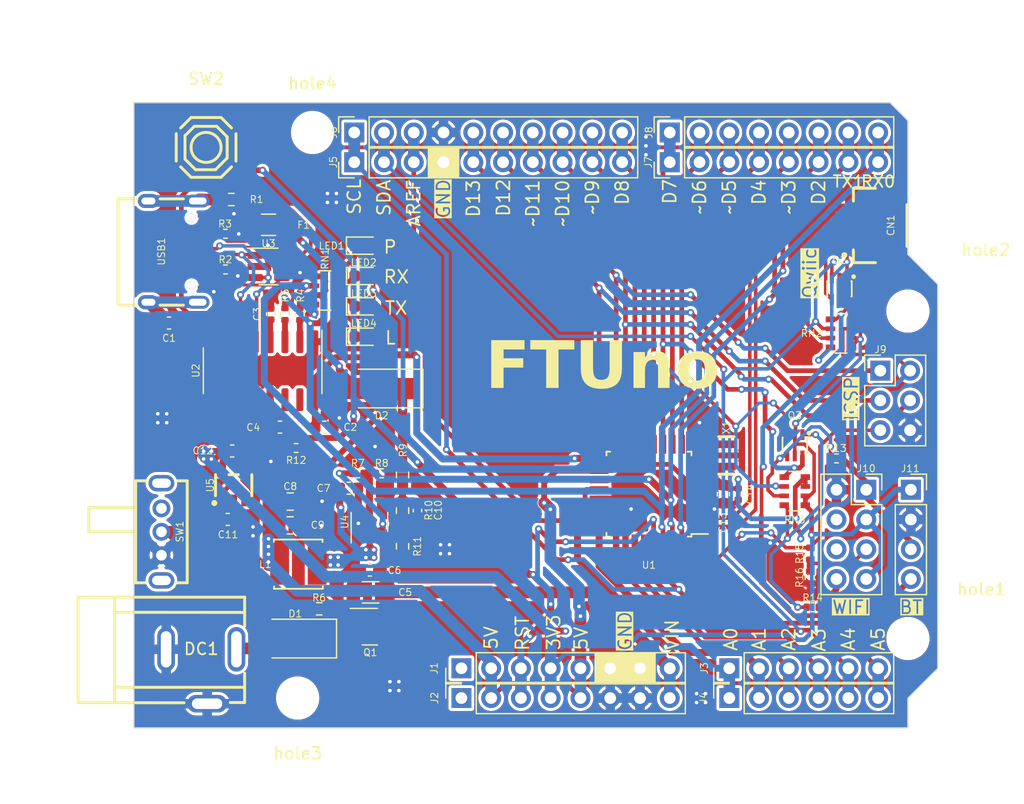
<source format=kicad_pcb>
(kicad_pcb (version 20221018) (generator pcbnew)
  (layers (0 "F.Cu" signal) (31 "B.Cu" signal) (34 "B.Paste" user) (35 "F.Paste" user) (36 "B.SilkS" user "B.Silkscreen") (37 "F.SilkS" user "F.Silkscreen") (38 "B.Mask" user) (39 "F.Mask" user) (44 "Edge.Cuts" user))
  (net 0 "")
  (net 1 "GND")
  (net 2 "Net-(C1-Pad2)")
  (net 3 "VBUS")
  (net 4 "Net-(U2-V3)")
  (net 5 "Net-(U2-~{DTR})")
  (net 6 "RESET")
  (net 7 "VDC")
  (net 8 "Net-(U4-BOOT)")
  (net 9 "Net-(U4-SW)")
  (net 10 "+5V")
  (net 11 "Net-(C10-Pad1)")
  (net 12 "Net-(U4-FB)")
  (net 13 "+3.3V")
  (net 14 "SCL")
  (net 15 "SDA")
  (net 18 "Net-(D1-K)")
  (net 19 "Net-(D1-A)")
  (net 20 "Net-(U3-VP)")
  (net 23 "A0")
  (net 24 "A1")
  (net 25 "A2")
  (net 26 "A3")
  (net 27 "A4{slash}SDA")
  (net 28 "A5{slash}SCL")
  (net 29 "AREF")
  (net 30 "D13{slash}SCK")
  (net 31 "D12{slash}MISO")
  (net 32 "D11{slash}MOSI")
  (net 33 "D10")
  (net 34 "D9")
  (net 35 "D8")
  (net 36 "D7")
  (net 37 "D6")
  (net 38 "D5")
  (net 39 "D4")
  (net 40 "D3")
  (net 41 "D2")
  (net 42 "TX1")
  (net 43 "RX0")
  (net 44 "SWRX")
  (net 47 "SWTX")
  (net 48 "Net-(LED1-K)")
  (net 49 "Net-(LED2-K)")
  (net 50 "Net-(LED3-K)")
  (net 51 "Net-(LED4-K)")
  (net 52 "Net-(Q1-G)")
  (net 53 "Net-(R1-Pad2)")
  (net 54 "CC2")
  (net 55 "CC1")
  (net 56 "Net-(U2-TXD)")
  (net 57 "Net-(U2-RXD)")
  (net 58 "Net-(U4-EN)")
  (net 64 "Net-(U1-XTAL1{slash}PB6)")
  (net 65 "Net-(U1-XTAL2{slash}PB7)")
  (net 68 "DP")
  (net 69 "DN")
  (net 81 "SWRST")
  (net 82 "Net-(Q3-S1)")
  (net 83 "Net-(Q3-S2)")
  (footprint "Resistor_SMD:R_0402_1005Metric" (layer "F.Cu") (at 130.81 80.772)
    (fp_text reference "R14")
    (fp_text value "470")
  )
  (footprint "LED_SMD:LED_0603_1608Metric" (layer "F.Cu") (at 92.515 57.687)
    (fp_text reference "LED4")
    (fp_text value "NCD0603B1")
  )
  (footprint "Resistor_SMD:R_0402_1005Metric" (layer "F.Cu") (at 87.054 55.759 90)
    (fp_text reference "R4")
    (fp_text value "470")
  )
  (footprint "Connector_PinHeader_2.54mm:PinHeader_1x08_P2.54mm_Vertical" (layer "F.Cu") (at 100.838 85.979 90)
    (fp_text reference "J1")
    (fp_text value "Conn_01x08_Pin")
  )
  (footprint "MountingHole:MountingHole_3.2mm_M3" (layer "F.Cu") (at 138.938 83.439)
    (fp_text reference "hole1")
    (fp_text value "MountingHole_3.2mm_M3")
  )
  (footprint "Connector_PinHeader_2.54mm:PinHeader_1x08_P2.54mm_Vertical" (layer "F.Cu") (at 118.618 42.799 90)
    (fp_text reference "J7")
    (fp_text value "Conn_01x08_Pin")
  )
  (footprint "uno:DC-IN-TH_DC-005-20A" (layer "F.Cu") (at 78.643 86.6825)
    (fp_text reference "DC1")
    (fp_text value "DC-005-20A ")
  )
  (footprint "Connector_PinHeader_2.54mm:PinHeader_1x10_P2.54mm_Vertical" (layer "F.Cu") (at 91.694 42.799 90)
    (fp_text reference "J5")
    (fp_text value "Conn_01x10_Pin")
  )
  (footprint "Capacitor_SMD:C_0402_1005Metric" (layer "F.Cu") (at 124.46 71.12 90)
    (fp_text reference "C14")
    (fp_text value "100n")
  )
  (footprint "Connector_PinSocket_2.54mm:PinSocket_1x04_P2.54mm_Vertical" (layer "F.Cu") (at 139.192 70.745)
    (fp_text reference "J11")
    (fp_text value "Conn_01x04_Socket")
  )
  (footprint "uno:USB-C-SMD_TYPE-C-6PIN-2MD-073" (layer "F.Cu") (at 76.513 50.425 -90)
    (fp_text reference "USB1")
    (fp_text value "TYPE-C 16PIN 2MD(073)")
  )
  (footprint "Resistor_SMD:R_0402_1005Metric" (layer "F.Cu") (at 94.039 69.342)
    (fp_text reference "R8")
    (fp_text value "105k")
  )
  (footprint "Resistor_SMD:R_0603_1608Metric" (layer "F.Cu") (at 88.705 80.905)
    (fp_text reference "R6")
    (fp_text value "10k")
  )
  (footprint "MountingHole:MountingHole_3.2mm_M3" (layer "F.Cu") (at 88.138 40.259)
    (fp_text reference "hole4")
    (fp_text value "MountingHole_3.2mm_M3")
  )
  (footprint "Capacitor_SMD:C_0603_1608Metric" (layer "F.Cu") (at 80.899 73.279)
    (fp_text reference "C11")
    (fp_text value "10u")
  )
  (footprint "Package_TO_SOT_SMD:SOT-23-6" (layer "F.Cu") (at 84.387 51.695)
    (fp_text reference "U3")
    (fp_text value "SRV05-4")
  )
  (footprint "Capacitor_SMD:C_0805_2012Metric" (layer "F.Cu") (at 86.233 71.755)
    (fp_text reference "C8")
    (fp_text value "22u")
  )
  (footprint "Connector_PinSocket_2.54mm:PinSocket_1x06_P2.54mm_Vertical" (layer "F.Cu") (at 123.698 88.519 90)
    (fp_text reference "J4")
    (fp_text value "Conn_01x06_Socket")
  )
  (footprint "Capacitor_SMD:C_0603_1608Metric" (layer "F.Cu") (at 75.891 56.521 180)
    (fp_text reference "C1")
    (fp_text value "4.7u")
  )
  (footprint "Package_TO_SOT_SMD:SOT-23-6" (layer "F.Cu") (at 92.9894 73.4822 90)
    (fp_text reference "U4")
    (fp_text value "TPS54302")
  )
  (footprint "Capacitor_SMD:C_0603_1608Metric" (layer "F.Cu") (at 93.023 77.597 180)
    (fp_text reference "C6")
    (fp_text value "100n")
  )
  (footprint "Resistor_SMD:R_0603_1608Metric" (layer "F.Cu") (at 95.817 69.475 -90)
    (fp_text reference "R9")
    (fp_text value "49.9")
  )
  (footprint "LED_SMD:LED_0603_1608Metric" (layer "F.Cu") (at 92.515 55.097)
    (fp_text reference "LED3")
    (fp_text value "NCD0603G1")
  )
  (footprint "uno:SW-TH_SK12D07VG4" (layer "F.Cu") (at 75.243 74.333 -90)
    (fp_text reference "SW1")
    (fp_text value "SK12D07VG4")
  )
  (footprint "Capacitor_SMD:C_0603_1608Metric" (layer "F.Cu") (at 91.232 70.612 180)
    (fp_text reference "C7")
    (fp_text value "100n")
  )
  (footprint "Resistor_SMD:R_0402_1005Metric" (layer "F.Cu") (at 130.556 76.198 -90)
    (fp_text reference "R15")
    (fp_text value "1k")
  )
  (footprint "Resistor_SMD:R_Array_Convex_4x0603" (layer "F.Cu") (at 133.231 57.404 180)
    (fp_text reference "RN2")
    (fp_text value "2.2k")
  )
  (footprint "Capacitor_SMD:C_0402_1005Metric" (layer "F.Cu") (at 97.087 72.523 -90)
    (fp_text reference "C10")
    (fp_text value "75p")
  )
  (footprint "Connector_PinSocket_2.54mm:PinSocket_1x08_P2.54mm_Vertical" (layer "F.Cu") (at 100.838 88.519 90)
    (fp_text reference "J2")
    (fp_text value "Conn_01x08_Socket")
  )
  (footprint "uno:IND-SMD_L4.0-W4.0" (layer "F.Cu") (at 86.927 77.095 180)
    (fp_text reference "L1")
    (fp_text value "SWPA4030S100MT")
  )
  (footprint "Fuse:Fuse_1206_3216Metric" (layer "F.Cu") (at 84.387 48.139)
    (fp_text reference "F1")
    (fp_text value "0466002.NRHF")
  )
  (footprint "Resistor_SMD:R_0402_1005Metric" (layer "F.Cu") (at 132.84 68.072)
    (fp_text reference "R13")
    (fp_text value "470")
  )
  (footprint "Connector_PinSocket_2.54mm:PinSocket_1x08_P2.54mm_Vertical" (layer "F.Cu") (at 118.618 40.259 90)
    (fp_text reference "J8")
    (fp_text value "Conn_01x08_Socket")
  )
  (footprint "Package_QFP:TQFP-32_7x7mm_P0.8mm" (layer "F.Cu") (at 116.84 71.12 180)
    (fp_text reference "U1")
    (fp_text value "ATmega328P-A")
  )
  (footprint "Capacitor_SMD:C_1206_3216Metric" (layer "F.Cu") (at 93.091 79.502 180)
    (fp_text reference "C5")
    (fp_text value "10u")
  )
  (footprint "Connector_PinSocket_2.54mm:PinSocket_2x04_P2.54mm_Vertical" (layer "F.Cu") (at 135.382 70.745)
    (fp_text reference "J10")
    (fp_text value "Conn_02x04_Odd_Even")
  )
  (footprint "Connector_PinSocket_2.54mm:PinSocket_1x10_P2.54mm_Vertical" (layer "F.Cu") (at 91.694 40.259 90)
    (fp_text reference "J6")
    (fp_text value "Conn_01x10_Socket")
  )
  (footprint "LED_SMD:LED_0603_1608Metric" (layer "F.Cu") (at 92.515 52.507)
    (fp_text reference "LED2")
    (fp_text value "NCD0603G1")
  )
  (footprint "Resistor_SMD:R_0402_1005Metric" (layer "F.Cu") (at 86.739 67.183)
    (fp_text reference "R12")
    (fp_text value "10k")
  )
  (footprint "Package_TO_SOT_SMD:SOT-23" (layer "F.Cu") (at 93.023 82.429)
    (fp_text reference "Q1")
    (fp_text value "AO3401")
  )
  (footprint "Capacitor_SMD:C_0805_2012Metric" (layer "F.Cu") (at 86.233 73.787)
    (fp_text reference "C9")
    (fp_text value "22u")
  )
  (footprint "Resistor_SMD:R_Array_Convex_4x0603" (layer "F.Cu") (at 129.286 70.866 180)
    (fp_text reference "RN3")
    (fp_text value "2.2k")
  )
  (footprint "Package_SO:SOIC-16_3.9x9.9mm_P1.27mm" (layer "F.Cu") (at 83.879 60.585 -90)
    (fp_text reference "U2")
    (fp_text value "CH340C")
  )
  (footprint "Connector_PinHeader_2.54mm:PinHeader_2x03_P2.54mm_Vertical" (layer "F.Cu") (at 136.584 60.585)
    (fp_text reference "J9")
    (fp_text value "Conn_02x03_Odd_Even")
  )
  (footprint "Capacitor_SMD:C_0603_1608Metric" (layer "F.Cu") (at 85.357 65.405)
    (fp_text reference "C4")
    (fp_text value "100n")
  )
  (footprint "Diode_SMD:D_SMA" (layer "F.Cu") (at 94.039 62.109 180)
    (fp_text reference "D2")
    (fp_text value "SS24")
  )
  (footprint "uno:OSC-SMD_3P-L3.2-W1.3-P0.95-L" (layer "F.Cu") (at 123.444 67.818 90)
    (fp_text reference "X1")
    (fp_text value "CSTCE16M0V53-R0")
  )
  (footprint "MountingHole:MountingHole_3.2mm_M3" (layer "F.Cu") (at 138.938 55.499)
    (fp_text reference "hole2")
    (fp_text value "MountingHole_3.2mm_M3")
  )
  (footprint "Resistor_SMD:R_0402_1005Metric" (layer "F.Cu") (at 130.556 78.234 -90)
    (fp_text reference "R16")
    (fp_text value "2k")
  )
  (footprint "MountingHole:MountingHole_3.2mm_M3" (layer "F.Cu") (at 86.868 88.519)
    (fp_text reference "hole3")
    (fp_text value "MountingHole_3.2mm_M3")
  )
  (footprint "Connector_PinHeader_2.54mm:PinHeader_1x06_P2.54mm_Vertical" (layer "F.Cu") (at 123.698 85.979 90)
    (fp_text reference "J3")
    (fp_text value "Conn_01x06_Pin")
  )
  (footprint "uno:SOT-363_L2.1-W1.3-P0.65-LS2.3-BL" (layer "F.Cu") (at 133.096 53.594 180)
    (fp_text reference "Q2")
    (fp_text value "BSS138PS_C5224289")
  )
  (footprint "LED_SMD:LED_0603_1608Metric" (layer "F.Cu") (at 92.515 49.917)
    (fp_text reference "LED1")
    (fp_text value "NCD0603R1")
  )
  (footprint "Capacitor_SMD:C_0603_1608Metric" (layer "F.Cu") (at 89.141 65.405)
    (fp_text reference "C2")
    (fp_text value "100n")
  )
  (footprint "uno:CONN-SMD_AFC10-S04QCA-00" (layer "F.Cu") (at 135.798 48.19 90)
    (fp_text reference "CN1")
    (fp_text value "AFC10-S04QCA-00")
  )
  (footprint "uno:SOT-363_L2.1-W1.3-P0.65-LS2.3-BL" (layer "F.Cu") (at 129.286 66.95 180)
    (fp_text reference "Q3")
    (fp_text value "BSS138PS_C5224289")
  )
  (footprint "Resistor_SMD:R_0603_1608Metric" (layer "F.Cu") (at 81.212 45.98 180)
    (fp_text reference "R1")
    (fp_text value "1M")
  )
  (footprint "Resistor_SMD:R_0402_1005Metric" (layer "F.Cu") (at 80.704 48.901)
    (fp_text reference "R3")
    (fp_text value "5.1k")
  )
  (footprint "Resistor_SMD:R_0603_1608Metric" (layer "F.Cu") (at 95.817 75.571 -90)
    (fp_text reference "R11")
    (fp_text value "13.3k")
  )
  (footprint "uno:SW-SMD_4P-L5.1-W5.1-P3.70-LS6.5-TL-2" (layer "F.Cu") (at 79.053 41.535)
    (fp_text reference "SW2")
    (fp_text value "TS-1187A-B-A-B")
  )
  (footprint "Resistor_SMD:R_0603_1608Metric" (layer "F.Cu") (at 95.817 72.523 -90)
    (fp_text reference "R10")
    (fp_text value "100k")
  )
  (footprint "Capacitor_SMD:C_0603_1608Metric" (layer "F.Cu") (at 123.19 71.12 90)
    (fp_text reference "C13")
    (fp_text value "10u")
  )
  (footprint "Resistor_SMD:R_0402_1005Metric" (layer "F.Cu") (at 91.9968 69.342)
    (fp_text reference "R7")
    (fp_text value "511k")
  )
  (footprint "Capacitor_SMD:C_0603_1608Metric" (layer "F.Cu") (at 81.28 67.437)
    (fp_text reference "C12")
    (fp_text value "10u")
  )
  (footprint "uno:SOT-23-5_L3.0-W1.7-P0.95-LS2.8-BR" (layer "F.Cu") (at 81.407 70.358 -90)
    (fp_text reference "U5")
    (fp_text value "ME6217C33M5G")
  )
  (footprint "Diode_SMD:D_SMA" (layer "F.Cu") (at 86.673 83.445 180)
    (fp_text reference "D1")
    (fp_text value "SS24")
  )
  (footprint "Capacitor_SMD:C_0402_1005Metric" (layer "F.Cu") (at 84.582 55.753 90)
    (fp_text reference "C3")
    (fp_text value "10n")
  )
  (footprint "Resistor_SMD:R_Array_Convex_4x0603" (layer "F.Cu") (at 89.205 53.739)
    (fp_text reference "RN1")
    (fp_text value "2.2k")
  )
  (footprint "Resistor_SMD:R_0402_1005Metric" (layer "F.Cu") (at 80.704 51.949)
    (fp_text reference "R2")
    (fp_text value "5.1k")
  )
  (footprint "Resistor_SMD:R_0402_1005Metric" (layer "F.Cu") (at 85.784 55.759 -90)
    (fp_text reference "R5")
    (fp_text value "470")
  )
  (gr_rect (start 98.044 41.656) (end 100.584 44.0436) (stroke (width 0.15)) (fill solid) (layer "F.SilkS"))
  (gr_rect (start 112.268 84.6836) (end 117.348 87.122) (stroke (width 0.15)) (fill solid) (layer "F.SilkS"))
  (gr_line (start 138.938 39.243) (end 137.414 37.719) (stroke (width 0.1)) (layer "Edge.Cuts"))
  (gr_line (start 72.8935 37.719) (end 137.414 37.719) (stroke (width 0.1)) (layer "Edge.Cuts"))
  (gr_line (start 72.8935 38.233) (end 72.8935 91.065) (stroke (width 0.1)) (layer "Edge.Cuts"))
  (gr_line (start 138.944 88.519) (end 138.938 88.652) (stroke (width 0.1)) (layer "Edge.Cuts"))
  (gr_line (start 72.8935 91.065) (end 138.938 91.065) (stroke (width 0.1)) (layer "Edge.Cuts"))
  (gr_line (start 141.478 53.213) (end 138.938 50.673) (stroke (width 0.1)) (layer "Edge.Cuts"))
  (gr_line (start 141.478 85.985) (end 138.944 88.519) (stroke (width 0.1)) (layer "Edge.Cuts"))
  (gr_line (start 141.478 85.985) (end 141.478 53.213) (stroke (width 0.1)) (layer "Edge.Cuts"))
  (gr_line (start 138.938 50.673) (end 138.938 39.243) (stroke (width 0.1)) (layer "Edge.Cuts"))
  (gr_line (start 138.938 91.065) (end 138.938 88.652) (stroke (width 0.1)) (layer "Edge.Cuts"))
  (gr_line (start 72.8935 38.233) (end 72.8935 37.719) (stroke (width 0.1)) (layer "Edge.Cuts"))
  (gr_text "A5" (at 136.398 84.582 90) (layer "F.SilkS") (effects (font (size 1.1 1.1)) (justify left)))
  (gr_text "GND" (at 99.314 44.1452 90) (layer "F.SilkS" knockout) (effects (font (size 1.1 1.1)) (justify right)))
  (gr_text "~D5" (at 123.698 44.196 90) (layer "F.SilkS") (effects (font (size 1.1 1.1)) (justify right)))
  (gr_text "ICSP" (at 134.112 62.992 90) (layer "F.SilkS" knockout) (effects (font (size 1.1 1.1))))
  (gr_text "5V" (at 103.378 84.4804 90) (layer "F.SilkS") (effects (font (size 1.1 1.1)) (justify left)))
  (gr_text "L" (at 94.234 57.785) (layer "F.SilkS") (effects (font (size 1.1 1.1)) (justify left)))
  (gr_text "~D11" (at 106.934 44.196 90) (layer "F.SilkS") (effects (font (size 1.1 1.1)) (justify right)))
  (gr_text "RST" (at 106.045 84.582 90) (layer "F.SilkS") (effects (font (size 1.1 1.1)) (justify left)))
  (gr_text "D2" (at 131.318 44.196 90) (layer "F.SilkS") (effects (font (size 1.1 1.1)) (justify right)))
  (gr_text "3V3" (at 108.712 84.5312 90) (layer "F.SilkS") (effects (font (size 1.1 1.1)) (justify left)))
  (gr_text "TX" (at 94.234 55.245) (layer "F.SilkS") (effects (font (size 1.1 1.1)) (justify left)))
  (gr_text "TX1" (at 133.858 44.45) (layer "F.SilkS") (effects (font (size 1 1))))
  (gr_text "~D6" (at 121.158 44.196 90) (layer "F.SilkS") (effects (font (size 1.1 1.1)) (justify right)))
  (gr_text "AREF" (at 96.774 44.196 90) (layer "F.SilkS") (effects (font (size 1.1 1.1)) (justify right)))
  (gr_text "~D9" (at 112.014 44.196 90) (layer "F.SilkS") (effects (font (size 1.1 1.1)) (justify right)))
  (gr_text "A3" (at 131.348 84.649 90) (layer "F.SilkS") (effects (font (size 1.1 1.1)) (justify left)))
  (gr_text "~D3" (at 128.778 44.196 90) (layer "F.SilkS") (effects (font (size 1.1 1.1)) (justify right)))
  (gr_text "VIN\n" (at 118.8212 84.5312 90) (layer "F.SilkS") (effects (font (size 1.1 1.1)) (justify left)))
  (gr_text "D13" (at 101.854 44.196 90) (layer "F.SilkS") (effects (font (size 1.1 1.1)) (justify right)))
  (gr_text "A0" (at 123.825 84.582 90) (layer "F.SilkS") (effects (font (size 1.1 1.1)) (justify left)))
  (gr_text "A2" (at 128.778 84.582 90) (layer "F.SilkS") (effects (font (size 1.1 1.1)) (justify left)))
  (gr_text "A4" (at 133.858 84.582 90) (layer "F.SilkS") (effects (font (size 1.1 1.1)) (justify left)))
  (gr_text "RX0" (at 136.398 44.45) (layer "F.SilkS") (effects (font (size 1 1))))
  (gr_text "GND" (at 114.808 84.582 90) (layer "F.SilkS" knockout) (effects (font (size 1.1 1.1)) (justify left)))
  (gr_text "WIFI" (at 134.112 80.772) (layer "F.SilkS" knockout) (effects (font (size 1.1 1.1))))
  (gr_text "D12" (at 104.424 44.129 90) (layer "F.SilkS") (effects (font (size 1.1 1.1)) (justify right)))
  (gr_text "RX" (at 94.107 52.578) (layer "F.SilkS") (effects (font (size 1.1 1.1)) (justify left)))
  (gr_text "Qwiic" (at 130.556 52.2732 90) (layer "F.SilkS" knockout) (effects (font (size 1.1 1.1))))
  (gr_text "D7" (at 118.618 44.129 90) (layer "F.SilkS") (effects (font (size 1.1 1.1)) (justify right)))
  (gr_text "5V" (at 111.0488 84.5312 90) (layer "F.SilkS") (effects (font (size 1.1 1.1)) (justify left)))
  (gr_text "A1" (at 126.238 84.582 90) (layer "F.SilkS") (effects (font (size 1.1 1.1)) (justify left)))
  (gr_text "P" (at 94.107 50.038) (layer "F.SilkS") (effects (font (size 1.1 1.1)) (justify left)))
  (gr_text "SDA" (at 94.234 44.196 90) (layer "F.SilkS") (effects (font (size 1.1 1.1)) (justify right)))
  (gr_text "~D10" (at 109.474 44.196 90) (layer "F.SilkS") (effects (font (size 1.1 1.1)) (justify right)))
  (gr_text "D8" (at 114.554 44.196 90) (layer "F.SilkS") (effects (font (size 1.1 1.1)) (justify right)))
  (gr_text "FTUno" (at 102.87 62.738) (layer "F.SilkS") (effects (font (size 4 4) (thickness 1) bold italic) (justify left bottom)))
  (gr_text "BT" (at 139.192 80.772) (layer "F.SilkS" knockout) (effects (font (size 1.1 1.1))))
  (gr_text "SCL" (at 91.694 44.129 90) (layer "F.SilkS") (effects (font (size 1.1 1.1)) (justify right)))
  (gr_text "D4" (at 126.238 44.196 90) (layer "F.SilkS") (effects (font (size 1.1 1.1)) (justify right)))
  (segment (start 123.698 71.895) (end 124.165 71.895) (width 0.4) (layer "F.Cu") (net 1))
  (segment (start 81.674 73.279) (end 81.674 71.925) (width 0.3) (layer "F.Cu") (net 1))
  (segment (start 88.8746 73.787) (end 88.9 73.8124) (width 0.3) (layer "F.Cu") (net 1))
  (segment (start 81.214 51.95434) (end 81.761295 52.501635) (width 0.3) (layer "F.Cu") (net 1))
  (segment (start 91.9296 77.2786) (end 91.9296 74.7295) (width 0.5) (layer "F.Cu") (net 1))
  (segment (start 92.248 77.597) (end 91.9296 77.2786) (width 0.5) (layer "F.Cu") (net 1))
  (segment (start 88.305 55.771187) (end 88.290287 55.7859) (width 0.3) (layer "F.Cu") (net 1))
  (segment (start 91.616 79.502) (end 91.616 75.0431) (width 0.5) (layer "F.Cu") (net 1))
  (segment (start 87.183 71.755) (end 88.9254 71.755) (width 0.3) (layer "F.Cu") (net 1))
  (segment (start 87.183 71.755) (end 87.183 72.0954) (width 0.3) (layer "F.Cu") (net 1))
  (segment (start 78.893 47.225) (end 81.4006 47.225) (width 0.3) (layer "F.Cu") (net 1))
  (segment (start 123.19 71.895) (end 123.698 71.895) (width 0.4) (layer "F.Cu") (net 1))
  (segment (start 89.916 65.405) (end 89.916 65.1256) (width 0.3) (layer "F.Cu") (net 1))
  (segment (start 127.19595 75.38395) (end 127.19595 75.289553) (width 0.254) (layer "F.Cu") (net 1))
  (segment (start 82.037 45.98) (end 82.037 46.5886) (width 0.3) (layer "F.Cu") (net 1))
  (segment (start 92.0394 73.6194) (end 92.0496 73.6092) (width 0.5) (layer "F.Cu") (net 1))
  (segment (start 88.9254 71.755) (end 88.9508 71.7296) (width 0.3) (layer "F.Cu") (net 1))
  (segment (start 84.328 51.636107) (end 84.328 49.8856) (width 0.3) (layer "F.Cu") (net 1))
  (segment (start 87.47869 52.539) (end 88.305 52.539) (width 0.3) (layer "F.Cu") (net 1))
  (segment (start 83.058 74.676) (end 83.058 74.663) (width 0.3) (layer "F.Cu") (net 1))
  (segment (start 92.248 77.597) (end 92.248 78.87) (width 0.5) (layer "F.Cu") (net 1))
  (segment (start 92.248 78.87) (end 91.616 79.502) (width 0.5) (layer "F.Cu") (net 1))
  (segment (start 91.616 75.0431) (end 92.0394 74.6197) (width 0.5) (layer "F.Cu") (net 1))
  (segment (start 87.16209 52.2224) (end 87.0712 52.2224) (width 0.3) (layer "F.Cu") (net 1))
  (segment (start 89.916 65.1256) (end 90.424 64.6176) (width 0.3) (layer "F.Cu") (net 1))
  (segment (start 84.582 54.5084) (end 85.7954 53.295) (width 0.3) (layer "F.Cu") (net 1))
  (segment (start 92.0394 74.6197) (end 92.0394 73.6194) (width 0.5) (layer "F.Cu") (net 1))
  (segment (start 81.674 71.925) (end 81.407 71.658) (width 0.3) (layer "F.Cu") (net 1))
  (segment (start 78.893 53.625) (end 79.4889 53.625) (width 0.3) (layer "F.Cu") (net 1))
  (segment (start 82.037 46.5886) (end 81.4324 47.1932) (width 0.3) (layer "F.Cu") (net 1))
  (segment (start 87.183 73.787) (end 87.183 71.755) (width 0.3) (layer "F.Cu") (net 1))
  (segment (start 84.582 55.273) (end 84.582 54.5084) (width 0.3) (layer "F.Cu") (net 1))
  (segment (start 88.305 54.939) (end 88.305 55.771187) (width 0.3) (layer "F.Cu") (net 1))
  (segment (start 84.269107 51.695) (end 84.328 51.636107) (width 0.3) (layer "F.Cu") (net 1))
  (segment (start 81.214 51.949) (end 81.214 51.95434) (width 0.3) (layer "F.Cu") (net 1))
  (segment (start 85.7954 53.295) (end 86.72269 53.295) (width 0.3) (layer "F.Cu") (net 1))
  (segment (start 87.183 73.787) (end 87.183 73.4974) (width 0.3) (layer "F.Cu") (net 1))
  (segment (start 81.4006 47.225) (end 81.4324 47.1932) (width 0.3) (layer "F.Cu") (net 1))
  (segment (start 86.72269 53.295) (end 87.47869 52.539) (width 0.3) (layer "F.Cu") (net 1))
  (segment (start 79.4889 53.625) (end 79.7119 53.848) (width 0.3) (layer "F.Cu") (net 1))
  (segment (start 83.2495 51.695) (end 84.269107 51.695) (width 0.3) (layer "F.Cu") (net 1))
  (segment (start 87.47869 52.539) (end 87.16209 52.2224) (width 0.3) (layer "F.Cu") (net 1))
  (segment (start 87.183 72.0954) (end 88.9 73.8124) (width 0.3) (layer "F.Cu") (net 1))
  (segment (start 130.556 78.744) (end 127.19595 75.38395) (width 0.254) (layer "F.Cu") (net 1))
  (segment (start 87.183 73.787) (end 88.8746 73.787) (width 0.3) (layer "F.Cu") (net 1))
  (segment (start 81.8233 48.901) (end 81.8388 48.9165) (width 0.3) (layer "F.Cu") (net 1))
  (segment (start 87.183 73.4974) (end 88.9508 71.7296) (width 0.3) (layer "F.Cu") (net 1))
  (segment (start 124.165 71.895) (end 124.46 71.6) (width 0.4) (layer "F.Cu") (net 1))
  (segment (start 81.214 48.901) (end 81.8233 48.901) (width 0.3) (layer "F.Cu") (net 1))
  (segment (start 91.9296 74.7295) (end 92.0394 74.6197) (width 0.5) (layer "F.Cu") (net 1))
  (segment (start 83.058 74.663) (end 81.674 73.279) (width 0.3) (layer "F.Cu") (net 1))
  (via (at 93.472 67.056) (size 0.61) (drill 0.305) (layers "F.Cu" "B.Cu") (net 1))
  (via (at 88.9 73.8124) (size 0.61) (drill 0.305) (layers "F.Cu" "B.Cu") (net 1))
  (via (at 94.742 87.122) (size 0.61) (drill 0.305) (layers "F.Cu" "B.Cu") (net 1))
  (via (at 127.19595 75.289553) (size 0.61) (drill 0.305) (layers "F.Cu" "B.Cu") (net 1))
  (via (at 120.904 88.9) (size 0.61) (drill 0.305) (layers "F.Cu" "B.Cu") (net 1))
  (via (at 89.408 46.228) (size 0.61) (drill 0.305) (layers "F.Cu" "B.Cu") (net 1))
  (via (at 83.058 73.914) (size 0.61) (drill 0.305) (layers "F.Cu" "B.Cu") (net 1))
  (via (at 116.586 42.164) (size 0.61) (drill 0.305) (layers "F.Cu" "B.Cu") (net 1))
  (via (at 81.4324 47.1932) (size 0.61) (drill 0.305) (layers "F.Cu" "B.Cu") (net 1))
  (via (at 99.06 76.2) (size 0.61) (drill 0.305) (layers "F.Cu" "B.Cu") (net 1))
  (via (at 120.904 88.138) (size 0.61) (drill 0.305) (layers "F.Cu" "B.Cu") (net 1))
  (via (at 116.586 41.402) (size 0.61) (drill 0.305) (layers "F.Cu" "B.Cu") (net 1))
  (via (at 121.666 88.9) (size 0.61) (drill 0.305) (layers "F.Cu" "B.Cu") (net 1))
  (via (at 88.290287 55.7859) (size 0.61) (drill 0.305) (layers "F.Cu" "B.Cu") (net 1))
  (via (at 84.582 68.326) (size 0.61) (drill 0.305) (layers "F.Cu" "B.Cu") (net 1))
  (via (at 92.0496 73.6092) (size 0.61) (drill 0.305) (layers "F.Cu" "B.Cu") (net 1))
  (via (at 83.058 74.676) (size 0.61) (drill 0.305) (layers "F.Cu" "B.Cu") (net 1))
  (via (at 99.822 75.438) (size 0.61) (drill 0.305) (layers "F.Cu" "B.Cu") (net 1))
  (via (at 116.586 40.64) (size 0.61) (drill 0.305) (layers "F.Cu" "B.Cu") (net 1))
  (via (at 75.692 65.024) (size 0.61) (drill 0.305) (layers "F.Cu" "B.Cu") (net 1))
  (via (at 115.316 72.39) (size 0.61) (drill 0.305) (layers "F.Cu" "B.Cu") (net 1))
  (via (at 90.424 64.6176) (size 0.61) (drill 0.305) (layers "F.Cu" "B.Cu") (net 1))
  (via (at 99.06 75.438) (size 0.61) (drill 0.305) (layers "F.Cu" "B.Cu") (net 1))
  (via (at 90.17 45.466) (size 0.61) (drill 0.305) (layers "F.Cu" "B.Cu") (net 1))
  (via (at 122.428 72.39) (size 0.61) (drill 0.305) (layers "F.Cu" "B.Cu") (net 1))
  (via (at 94.742 87.884) (size 0.61) (drill 0.305) (layers "F.Cu" "B.Cu") (net 1))
  (via (at 95.504 87.122) (size 0.61) (drill 0.305) (layers "F.Cu" "B.Cu") (net 1))
  (via (at 79.7119 53.848) (size 0.61) (drill 0.305) (layers "F.Cu" "B.Cu") (net 1))
  (via (at 99.822 76.2) (size 0.61) (drill 0.305) (layers "F.Cu" "B.Cu") (net 1))
  (via (at 81.761295 52.501635) (size 0.61) (drill 0.305) (layers "F.Cu" "B.Cu") (net 1))
  (via (at 88.9508 71.7296) (size 0.61) (drill 0.305) (layers "F.Cu" "B.Cu") (net 1))
  (via (at 74.93 64.262) (size 0.61) (drill 0.305) (layers "F.Cu" "B.Cu") (net 1))
  (via (at 84.328 49.8856) (size 0.61) (drill 0.305) (layers "F.Cu" "B.Cu") (net 1))
  (via (at 121.666 88.138) (size 0.61) (drill 0.305) (layers "F.Cu" "B.Cu") (net 1))
  (via (at 81.8388 48.9165) (size 0.61) (drill 0.305) (layers "F.Cu" "B.Cu") (net 1))
  (via (at 121.158 65.024) (size 0.61) (drill 0.305) (layers "F.Cu" "B.Cu") (net 1))
  (via (at 87.0712 52.2224) (size 0.61) (drill 0.305) (layers "F.Cu" "B.Cu") (net 1))
  (via (at 90.17 46.228) (size 0.61) (drill 0.305) (layers "F.Cu" "B.Cu") (net 1))
  (via (at 74.93 65.024) (size 0.61) (drill 0.305) (layers "F.Cu" "B.Cu") (net 1))
  (via (at 95.504 87.884) (size 0.61) (drill 0.305) (layers "F.Cu" "B.Cu") (net 1))
  (via (at 89.408 45.466) (size 0.61) (drill 0.305) (layers "F.Cu" "B.Cu") (net 1))
  (via (at 75.692 64.262) (size 0.61) (drill 0.305) (layers "F.Cu" "B.Cu") (net 1))
  (segment (start 121.158 65.024) (end 121.158 71.12) (width 0.254) (layer "B.Cu") (net 1))
  (segment (start 123.698 74.359354) (end 123.698 71.895) (width 0.254) (layer "B.Cu") (net 1))
  (segment (start 87.41471 52.2224) (end 87.0712 52.2224) (width 0.3) (layer "B.Cu") (net 1))
  (segment (start 88.290287 53.097977) (end 87.41471 52.2224) (width 0.3) (layer "B.Cu") (net 1))
  (segment (start 88.290287 55.7859) (end 88.290287 53.097977) (width 0.3) (layer "B.Cu") (net 1))
  (segment (start 124.628199 75.289553) (end 123.698 74.359354) (width 0.254) (layer "B.Cu") (net 1))
  (segment (start 121.158 71.12) (end 122.428 72.39) (width 0.254) (layer "B.Cu") (net 1))
  (segment (start 127.19595 75.289553) (end 124.628199 75.289553) (width 0.254) (layer "B.Cu") (net 1))
  (segment (start 75.116 55.728) (end 74.133 54.745) (width 1) (layer "F.Cu") (net 2))
  (segment (start 75.116 56.521) (end 75.116 55.728) (width 1) (layer "F.Cu") (net 2))
  (segment (start 78.343 54.745) (end 74.133 54.745) (width 1) (layer "B.Cu") (net 2))
  (segment (start 90.424 60.198) (end 90.424 60.494) (width 0.6) (layer "F.Cu") (net 3))
  (segment (start 85.787 48.139) (end 85.787 48.1442) (width 0.6) (layer "F.Cu") (net 3))
  (segment (start 91.782406 62.109) (end 92.039 62.109) (width 0.5) (layer "F.Cu") (net 3))
  (segment (start 85.787 48.1442) (end 87.3252 49.6824) (width 0.6) (layer "F.Cu") (net 3))
  (segment (start 90.424 60.494) (end 92.039 62.109) (width 0.6) (layer "F.Cu") (net 3))
  (via (at 87.3252 49.6824) (size 0.61) (drill 0.305) (layers "F.Cu" "B.Cu") (net 3))
  (via (at 90.424 60.198) (size 0.61) (drill 0.305) (layers "F.Cu" "B.Cu") (net 3))
  (segment (start 89.095287 58.869287) (end 90.424 60.198) (width 0.6) (layer "B.Cu") (net 3))
  (segment (start 89.095287 51.452487) (end 89.095287 58.869287) (width 0.6) (layer "B.Cu") (net 3))
  (segment (start 87.3252 49.6824) (end 89.095287 51.452487) (width 0.6) (layer "B.Cu") (net 3))
  (segment (start 84.514 58.11) (end 84.514 56.301) (width 0.5) (layer "F.Cu") (net 4))
  (segment (start 84.514 56.301) (end 84.582 56.233) (width 0.5) (layer "F.Cu") (net 4))
  (segment (start 84.582 63.128) (end 84.514 63.06) (width 0.5) (layer "F.Cu") (net 5))
  (segment (start 84.582 65.405) (end 84.582 63.128) (width 0.5) (layer "F.Cu") (net 5))
  (segment (start 117.24 75.37) (end 117.24 73.298) (width 0.4) (layer "F.Cu") (net 6))
  (segment (start 132.79869 65.665) (end 136.584 65.665) (width 0.3) (layer "F.Cu") (net 6))
  (segment (start 117.24 73.298) (end 117.221 73.279) (width 0.4) (layer "F.Cu") (net 6))
  (segment (start 97.0788 68.4276) (end 97.0788 68.3768) (width 0.6) (layer "F.Cu") (net 6))
  (segment (start 117.24 76.346) (end 117.24 75.37) (width 0.3) (layer "F.Cu") (net 6))
  (segment (start 106.966432 77.978) (end 106.6292 77.978) (width 0.6) (layer "F.Cu") (net 6))
  (segment (start 82.4528 43.4848) (end 82.353 43.385) (width 0.5) (layer "F.Cu") (net 6))
  (segment (start 109.728 75.184) (end 108.527 75.184) (width 0.4) (layer "F.Cu") (net 6))
  (segment (start 130.556 75.688) (end 128.52 75.688) (width 0.3) (layer "F.Cu") (net 6))
  (segment (start 87.057 66.33) (end 90.457949 66.33) (width 0.5) (layer "F.Cu") (net 6))
  (segment (start 108.458 81.4832) (end 108.458 80.5065) (width 0.6) (layer "F.Cu") (net 6))
  (segment (start 131.436 74.808) (end 131.436 67.02769) (width 0.3) (layer "F.Cu") (net 6))
  (segment (start 130.556 75.688) (end 131.436 74.808) (width 0.3) (layer "F.Cu") (net 6))
  (segment (start 124.778003 74.545574) (end 122.615577 76.708) (width 0.3) (layer "F.Cu") (net 6))
  (segment (start 83.8708 43.4848) (end 82.4528 43.4848) (width 0.5) (layer "F.Cu") (net 6))
  (segment (start 107.1372 82.804) (end 106.68 83.2612) (width 0.6) (layer "F.Cu") (net 6))
  (segment (start 86.132 65.405) (end 87.057 66.33) (width 0.5) (layer "F.Cu") (net 6))
  (segment (start 122.615577 76.708) (end 117.602 76.708) (width 0.3) (layer "F.Cu") (net 6))
  (segment (start 131.436 67.02769) (end 132.79869 65.665) (width 0.3) (layer "F.Cu") (net 6))
  (segment (start 91.6432 65.144749) (end 91.6432 64.4652) (width 0.5) (layer "F.Cu") (net 6))
  (segment (start 128.52 75.688) (end 127.254 74.422) (width 0.3) (layer "F.Cu") (net 6))
  (segment (start 86.229 65.502) (end 86.132 65.405) (width 0.5) (layer "F.Cu") (net 6))
  (segment (start 108.527 75.184) (end 107.4281 74.0851) (width 0.4) (layer "F.Cu") (net 6))
  (segment (start 109.728 82.804) (end 107.1372 82.804) (width 0.6) (layer "F.Cu") (net 6))
  (segment (start 107.1372 82.804) (end 108.458 81.4832) (width 0.6) (layer "F.Cu") (net 6))
  (segment (start 90.457949 66.33) (end 91.6432 65.144749) (width 0.5) (layer "F.Cu") (net 6))
  (segment (start 86.229 67.183) (end 86.229 65.502) (width 0.5) (layer "F.Cu") (net 6))
  (segment (start 106.6292 77.978) (end 97.0788 68.4276) (width 0.6) (layer "F.Cu") (net 6))
  (segment (start 117.602 76.708) (end 117.24 76.346) (width 0.3) (layer "F.Cu") (net 6))
  (via (at 107.4281 74.0851) (size 0.61) (drill 0.305) (layers "F.Cu" "B.Cu") (net 6))
  (via (at 106.68 83.2612) (size 0.61) (drill 0.305) (layers "F.Cu" "B.Cu") (net 6))
  (via (at 127.254 74.422) (size 0.61) (drill 0.305) (layers "F.Cu" "B.Cu") (net 6))
  (via (at 91.6432 64.4652) (size 0.61) (drill 0.305) (layers "F.Cu" "B.Cu") (net 6))
  (via (at 109.728 75.184) (size 0.61) (drill 0.305) (layers "F.Cu" "B.Cu") (net 6))
  (via (at 124.778003 74.545574) (size 0.61) (drill 0.305) (layers "F.Cu" "B.Cu") (net 6))
  (via (at 97.0788 68.3768) (size 0.61) (drill 0.305) (layers "F.Cu" "B.Cu") (net 6))
  (via (at 106.966432 77.978) (size 0.61) (drill 0.305) (layers "F.Cu" "B.Cu") (net 6))
  (via (at 108.458 80.5065) (size 0.61) (drill 0.305) (layers "F.Cu" "B.Cu") (net 6))
  (via (at 109.728 82.804) (size 0.61) (drill 0.305) (layers "F.Cu" "B.Cu") (net 6))
  (via (at 117.221 73.279) (size 0.61) (drill 0.305) (layers "F.Cu" "B.Cu") (net 6))
  (via (at 83.8708 43.4848) (size 0.61) (drill 0.305) (layers "F.Cu" "B.Cu") (net 6))
  (segment (start 108.458 79.502) (end 107.3404 78.3844) (width 0.6) (layer "B.Cu") (net 6))
  (segment (start 107.4281 74.0851) (end 107.3404 74.1728) (width 0.4) (layer "B.Cu") (net 6))
  (segment (start 107.3404 74.1728) (end 107.3404 78.3844) (width 0.4) (layer "B.Cu") (net 6))
  (segment (start 105.918 88.519) (end 105.918 85.979) (width 1) (layer "B.Cu") (net 6))
  (segment (start 107.3404 78.3844) (end 106.966432 78.010432) (width 0.6) (layer "B.Cu") (net 6))
  (segment (start 91.6432 62.9412) (end 91.6432 51.2572) (width 0.5) (layer "B.Cu") (net 6))
  (segment (start 106.966432 78.010432) (end 106.966432 77.978) (width 0.6) (layer "B.Cu") (net 6))
  (segment (start 97.0788 68.3768) (end 91.6432 62.9412) (width 0.6) (layer "B.Cu") (net 6))
  (segment (start 105.918 85.979) (end 105.918 85.9536) (width 1) (layer "B.Cu") (net 6))
  (segment (start 117.221 73.279) (end 115.316 75.184) (width 0.4) (layer "B.Cu") (net 6))
  (segment (start 106.68 83.2612) (end 105.918 84.0232) (width 0.6) (layer "B.Cu") (net 6))
  (segment (start 124.901577 74.422) (end 124.778003 74.545574) (width 0.3) (layer "B.Cu") (net 6))
  (segment (start 115.316 75.184) (end 109.728 75.184) (width 0.4) (layer "B.Cu") (net 6))
  (segment (start 108.458 80.5065) (end 108.458 79.502) (width 0.6) (layer "B.Cu") (net 6))
  (segment (start 127.254 74.422) (end 124.901577 74.422) (width 0.3) (layer "B.Cu") (net 6))
  (segment (start 91.6432 51.2572) (end 83.8708 43.4848) (width 0.5) (layer "B.Cu") (net 6))
  (segment (start 105.918 84.0232) (end 105.918 85.979) (width 0.6) (layer "B.Cu") (net 6))
  (segment (start 91.6432 64.4652) (end 91.6432 62.9412) (width 0.5) (layer "B.Cu") (net 6))
  (segment (start 94.1254 74.4337) (end 93.9394 74.6197) (width 0.5) (layer "F.Cu") (net 7))
  (segment (start 93.9394 74.6197) (end 94.1754 74.8557) (width 0.6) (layer "F.Cu") (net 7))
  (segment (start 93.9605 82.429) (end 93.9605 77.7595) (width 1) (layer "F.Cu") (net 7))
  (segment (start 94.1754 78.5251) (end 93.9605 78.74) (width 0.6) (layer "F.Cu") (net 7))
  (segment (start 91.4868 69.342) (end 90.424 69.342) (width 0.5) (layer "F.Cu") (net 7))
  (segment (start 118.618 85.979) (end 112.141 79.502) (width 1) (layer "F.Cu") (net 7))
  (segment (start 112.141 79.502) (end 94.566 79.502) (width 1) (layer "F.Cu") (net 7))
  (segment (start 93.9605 78.74) (end 93.9605 77.7595) (width 0.6) (layer "F.Cu") (net 7))
  (segment (start 94.1754 74.8557) (end 94.1754 78.5251) (width 0.6) (layer "F.Cu") (net 7))
  (segment (start 93.9605 77.7595) (end 93.798 77.597) (width 1) (layer "F.Cu") (net 7))
  (segment (start 94.1254 73.66) (end 94.1254 74.4337) (width 0.5) (layer "F.Cu") (net 7))
  (via (at 90.424 69.342) (size 0.61) (drill 0.305) (layers "F.Cu" "B.Cu") (net 7))
  (via (at 94.1254 73.66) (size 0.61) (drill 0.305) (layers "F.Cu" "B.Cu") (net 7))
  (segment (start 94.1254 73.66) (end 94.1254 73.0434) (width 0.5) (layer "B.Cu") (net 7))
  (segment (start 94.1254 73.0434) (end 90.424 69.342) (width 0.5) (layer "B.Cu") (net 7))
  (segment (start 118.618 88.519) (end 118.618 85.979) (width 1) (layer "B.Cu") (net 7))
  (segment (start 92.0394 72.3447) (end 92.0394 70.6444) (width 0.6) (layer "F.Cu") (net 8))
  (segment (start 92.0394 70.6444) (end 92.007 70.612) (width 0.6) (layer "F.Cu") (net 8))
  (segment (start 88.5972 77.1652) (end 88.527 77.095) (width 0.6) (layer "F.Cu") (net 9))
  (segment (start 93.3704 76.5302) (end 92.6846 76.5302) (width 0.5) (layer "F.Cu") (net 9))
  (segment (start 93.3704 76.5302) (end 93.3704 75.8698) (width 0.5) (layer "F.Cu") (net 9))
  (segment (start 90.3224 76.5048) (end 89.662 77.1652) (width 0.6) (layer "F.Cu") (net 9))
  (segment (start 92.6846 76.5302) (end 92.6846 75.8698) (width 0.5) (layer "F.Cu") (net 9))
  (segment (start 90.457 72.169) (end 90.551 72.263) (width 0.6) (layer "F.Cu") (net 9))
  (segment (start 92.6846 76.5302) (end 92.71 76.5302) (width 0.5) (layer "F.Cu") (net 9))
  (segment (start 90.457 70.612) (end 90.457 72.169) (width 0.6) (layer "F.Cu") (net 9))
  (segment (start 93.023 75.5314) (end 93.023 74.9305) (width 0.5) (layer "F.Cu") (net 9))
  (segment (start 93.3704 75.8698) (end 92.9894 75.4888) (width 0.5) (layer "F.Cu") (net 9))
  (segment (start 92.9894 75.4888) (end 92.9894 74.6197) (width 0.5) (layer "F.Cu") (net 9))
  (segment (start 92.71 76.5302) (end 93.3704 75.8698) (width 0.5) (layer "F.Cu") (net 9))
  (segment (start 89.662 76.5048) (end 89.1172 76.5048) (width 0.6) (layer "F.Cu") (net 9))
  (segment (start 92.6846 75.8698) (end 93.023 75.5314) (width 0.5) (layer "F.Cu") (net 9))
  (segment (start 89.1172 76.5048) (end 88.527 77.095) (width 0.6) (layer "F.Cu") (net 9))
  (segment (start 89.662 77.1652) (end 88.5972 77.1652) (width 0.6) (layer "F.Cu") (net 9))
  (segment (start 93.3704 75.8698) (end 92.6846 75.8698) (width 0.5) (layer "F.Cu") (net 9))
  (via (at 92.6846 75.8698) (size 0.61) (drill 0.305) (layers "F.Cu" "B.Cu") (net 9))
  (via (at 90.3224 76.5048) (size 0.61) (drill 0.305) (layers "F.Cu" "B.Cu") (net 9))
  (via (at 92.6846 76.5302) (size 0.61) (drill 0.305) (layers "F.Cu" "B.Cu") (net 9))
  (via (at 93.3704 76.5302) (size 0.61) (drill 0.305) (layers "F.Cu" "B.Cu") (net 9))
  (via (at 89.662 76.5048) (size 0.61) (drill 0.305) (layers "F.Cu" "B.Cu") (net 9))
  (via (at 89.662 77.1652) (size 0.61) (drill 0.305) (layers "F.Cu" "B.Cu") (net 9))
  (via (at 93.3704 76.5302) (size 0.61) (drill 0.305) (layers "F.Cu" "B.Cu") (net 9))
  (via (at 90.551 72.263) (size 0.61) (drill 0.305) (layers "F.Cu" "B.Cu") (net 9))
  (via (at 93.3704 75.8698) (size 0.61) (drill 0.305) (layers "F.Cu" "B.Cu") (net 9))
  (via (at 90.3224 77.1652) (size 0.61) (drill 0.305) (layers "F.Cu" "B.Cu") (net 9))
  (segment (start 91.9734 75.8698) (end 91.3384 76.5048) (width 0.5) (layer "B.Cu") (net 9))
  (segment (start 90.3224 77.1652) (end 90.3224 76.5048) (width 0.6) (layer "B.Cu") (net 9))
  (segment (start 89.662 77.1652) (end 89.662 76.5048) (width 0.6) (layer "B.Cu") (net 9))
  (segment (start 92.6846 75.8698) (end 91.9734 75.8698) (width 0.5) (layer "B.Cu") (net 9))
  (segment (start 90.3224 76.5048) (end 91.3384 76.5048) (width 0.6) (layer "B.Cu") (net 9))
  (segment (start 90.3224 77.1652) (end 90.678 77.1652) (width 0.6) (layer "B.Cu") (net 9))
  (segment (start 90.551 74.3966) (end 91.821 75.6666) (width 0.6) (layer "B.Cu") (net 9))
  (segment (start 92.0242 76.5302) (end 92.6846 76.5302) (width 0.6) (layer "B.Cu") (net 9))
  (segment (start 92.6592 76.5048) (end 92.6846 76.5302) (width 0.6) (layer "B.Cu") (net 9))
  (segment (start 91.821 75.6666) (end 92.6846 76.5302) (width 0.6) (layer "B.Cu") (net 9))
  (segment (start 90.3224 77.1652) (end 89.662 76.5048) (width 0.6) (layer "B.Cu") (net 9))
  (segment (start 90.678 77.1652) (end 91.3384 76.5048) (width 0.6) (layer "B.Cu") (net 9))
  (segment (start 89.662 76.5048) (end 90.3224 76.5048) (width 0.6) (layer "B.Cu") (net 9))
  (segment (start 91.3384 76.5048) (end 92.6592 76.5048) (width 0.6) (layer "B.Cu") (net 9))
  (segment (start 89.662 77.1652) (end 90.3224 77.1652) (width 0.6) (layer "B.Cu") (net 9))
  (segment (start 92.71 75.8698) (end 93.3704 76.5302) (width 0.5) (layer "B.Cu") (net 9))
  (segment (start 90.551 72.263) (end 90.551 74.3966) (width 0.6) (layer "B.Cu") (net 9))
  (segment (start 92.6846 75.8698) (end 92.71 75.8698) (width 0.5) (layer "B.Cu") (net 9))
  (segment (start 88.466 68.572) (end 89.576 68.572) (width 0.5) (layer "F.Cu") (net 10))
  (segment (start 120.015 71.52) (end 121.09 71.52) (width 0.4) (layer "F.Cu") (net 10))
  (segment (start 114.205 68.58) (end 118.675 68.58) (width 0.4) (layer "F.Cu") (net 10))
  (segment (start 120.015 69.92) (end 119.89 70.045) (width 0.4) (layer "F.Cu") (net 10))
  (segment (start 130.186 70.466) (end 130.186 69.666) (width 0.4) (layer "F.Cu") (net 10))
  (segment (start 85.327 77.095) (end 85.327 71.799) (width 1) (layer "F.Cu") (net 10))
  (segment (start 96.039 62.109) (end 93.373 59.443) (width 0.5) (layer "F.Cu") (net 10))
  (segment (start 129.794 74.93) (end 129.794 74.440979) (width 0.4) (layer "F.Cu") (net 10))
  (segment (start 90.111268 59.443) (end 88.324 61.230268) (width 0.5) (layer "F.Cu") (net 10))
  (segment (start 80.124 73.279) (end 80.124 71.991) (width 0.5) (layer "F.Cu") (net 10))
  (segment (start 95.817 65.7434) (end 95.817 65.1682) (width 0.8) (layer "F.Cu") (net 10))
  (segment (start 87.249 69.789) (end 88.466 68.572) (width 0.5) (layer "F.Cu") (net 10))
  (segment (start 118.675 68.58) (end 120.015 69.92) (width 0.4) (layer "F.Cu") (net 10))
  (segment (start 88.366 65.405) (end 88.486406 65.405) (width 0.5) (layer "F.Cu") (net 10))
  (segment (start 129.328 73.237) (end 129.3876 73.1774) (width 0.4) (layer "F.Cu") (net 10))
  (segment (start 81.026 70.4088) (end 80.457 70.9778) (width 0.4) (layer "F.Cu") (net 10))
  (segment (start 93.373 59.443) (end 90.111268 59.443) (width 0.5) (layer "F.Cu") (net 10))
  (segment (start 108.4326 72.4154) (end 108.4326 72.3994) (width 1) (layer "F.Cu") (net 10))
  (segment (start 124.46 69.85) (end 124.46 70.64) (width 0.4) (layer "F.Cu") (net 10))
  (segment (start 119.89 70.045) (end 119.89 71.395) (width 0.4) (layer "F.Cu") (net 10))
  (segment (start 129.328 73.1178) (end 129.328 70.524) (width 0.4) (layer "F.Cu") (net 10))
  (segment (start 124.46 70.64) (end 123.485 70.64) (width 0.4) (layer "F.Cu") (net 10))
  (segment (start 133.381 57.054) (end 133.381 59.204) (width 0.3) (layer "F.Cu") (net 10))
  (segment (start 129.328 70.524) (end 130.186 69.666) (width 0.4) (layer "F.Cu") (net 10))
  (segment (start 137.743 59.204) (end 139.124 60.585) (width 0.3) (layer "F.Cu") (net 10))
  (segment (start 95.817 62.331) (end 96.039 62.109) (width 0.8) (layer "F.Cu") (net 10))
  (segment (start 108.4326 72.3994) (end 107.8992 71.866) (width 1) (layer "F.Cu") (net 10))
  (segment (start 95.817 68.65) (end 95.817 65.8286) (width 0.8) (layer "F.Cu") (net 10))
  (segment (start 109.748 87.269) (end 110.998 88.519) (width 0.4) (layer "F.Cu") (net 10))
  (segment (start 123.485 70.64) (end 123.19 70.345) (width 0.4) (layer "F.Cu") (net 10))
  (segment (start 113.665 69.12) (end 114.205 68.58) (width 0.4) (layer "F.Cu") (net 10))
  (segment (start 110.998 85.979) (end 110.998 81.534) (width 1) (layer "F.Cu") (net 10))
  (segment (start 134.131 57.004) (end 133.431 57.004) (width 0.3) (layer "F.Cu") (net 10))
  (segment (start 88.324 61.230268) (end 88.324 63.06) (width 0.5) (layer "F.Cu") (net 10))
  (segment (start 122.765 69.92) (end 121.09 69.92) (width 0.4) (layer "F.Cu") (net 10))
  (segment (start 104.628 87.269) (end 109.748 87.269) (width 0.4) (layer "F.Cu") (net 10))
  (segment (start 134.131 57.004) (end 134.131 56.204) (width 0.3) (layer "F.Cu") (net 10))
  (segment (start 87.249 67.183) (end 87.249 69.789) (width 0.5) (layer "F.Cu") (net 10))
  (segment (start 129.794 74.440979) (end 129.328 73.974979) (width 0.4) (layer "F.Cu") (net 10))
  (segment (start 108.934 69.12) (end 107.8992 70.1548) (width 0.5) (layer "F.Cu") (net 10))
  (segment (start 84.3788 76.2508) (end 84.3788 75.5904) (width 1) (layer "F.Cu") (net 10))
  (segment (start 107.8992 70.1548) (end 107.8992 71.866) (width 0.5) (layer "F.Cu") (net 10))
  (segment (start 81.7578 70.4088) (end 81.026 70.4088) (width 0.4) (layer "F.Cu") (net 10))
  (segment (start 87.249 69.789) (end 85.283 71.755) (width 0.5) (layer "F.Cu") (net 10))
  (segment (start 119.89 71.395) (end 120.015 71.52) (width 0.4) (layer "F.Cu") (net 10))
  (segment (start 103.378 88.519) (end 104.628 87.269) (width 0.4) (layer "F.Cu") (net 10))
  (segment (start 93.3025 55.097) (end 93.3025 49.917) (width 0.4) (layer "F.Cu") (net 10))
  (segment (start 129.3876 73.1774) (end 129.328 73.1178) (width 0.4) (layer "F.Cu") (net 10))
  (segment (start 95.817 65.083) (end 95.817 62.331) (width 0.8) (layer "F.Cu") (net 10))
  (segment (start 129.328 73.974979) (end 129.328 73.237) (width 0.4) (layer "F.Cu") (net 10))
  (segment (start 112.59 69.12) (end 108.934 69.12) (width 0.5) (layer "F.Cu") (net 10))
  (segment (start 84.3788 77.1716) (end 84.3788 76.9112) (width 1) (layer "F.Cu") (net 10))
  (segment (start 84.3788 75.5904) (end 84.3788 74.93) (width 1) (layer "F.Cu") (net 10))
  (segment (start 82.357 71.658) (end 82.357 71.008) (width 0.4) (layer "F.Cu") (net 10))
  (segment (start 80.124 71.991) (end 80.457 71.658) (width 0.5) (layer "F.Cu") (net 10))
  (segment (start 133.381 59.204) (end 137.743 59.204) (width 0.3) (layer "F.Cu") (net 10))
  (segment (start 88.324 63.06) (end 88.324 65.363) (width 0.5) (layer "F.Cu") (net 10))
  (segment (start 112.59 69.12) (end 113.665 69.12) (width 0.4) (layer "F.Cu") (net 10))
  (segment (start 89.576 68.572) (end 96.039 62.109) (width 0.5) (layer "F.Cu") (net 10))
  (segment (start 84.3788 76.9112) (end 84.3788 76.2508) (width 1) (layer "F.Cu") (net 10))
  (segment (start 85.327 71.799) (end 85.283 71.755) (width 0.8) (layer "F.Cu") (net 10))
  (segment (start 82.357 71.008) (end 81.7578 70.4088) (width 0.4) (layer "F.Cu") (net 10))
  (segment (start 84.3788 74.93) (end 84.3788 71.8756) (width 1) (layer "F.Cu") (net 10))
  (segment (start 80.457 70.9778) (end 80.457 71.658) (width 0.4) (layer "F.Cu") (net 10))
  (segment (start 123.19 70.345) (end 122.765 69.92) (width 0.4) (layer "F.Cu") (net 10))
  (segment (start 133.431 57.004) (end 133.381 57.054) (width 0.3) (layer "F.Cu") (net 10))
  (segment (start 88.324 65.363) (end 88.366 65.405) (width 0.5) (layer "F.Cu") (net 10))
  (segment (start 80.124 73.279) (end 83.94 77.095) (width 0.5) (layer "F.Cu") (net 10))
  (segment (start 83.94 77.095) (end 85.327 77.095) (width 0.5) (layer "F.Cu") (net 10))
  (segment (start 121.09 69.92) (end 120.015 69.92) (width 0.4) (layer "F.Cu") (net 10))
  (via (at 95.8596 63.8048) (size 0.61) (drill 0.305) (layers "F.Cu" "B.Cu") (net 10))
  (via (at 110.871 80.702) (size 0.61) (drill 0.305) (layers "F.Cu" "B.Cu") (net 10))
  (via (at 84.3788 75.5904) (size 0.61) (drill 0.305) (layers "F.Cu" "B.Cu") (net 10))
  (via (at 124.46 69.85) (size 0.61) (drill 0.305) (layers "F.Cu" "B.Cu") (net 10))
  (via (at 84.3788 76.9112) (size 0.61) (drill 0.305) (layers "F.Cu" "B.Cu") (net 10))
  (via (at 93.3025 53.6956) (size 0.61) (drill 0.305) (layers "F.Cu" "B.Cu") (net 10))
  (via (at 129.3876 73.1774) (size 0.61) (drill 0.305) (layers "F.Cu" "B.Cu") (net 10))
  (via (at 84.3788 76.2508) (size 0.61) (drill 0.305) (layers "F.Cu" "B.Cu") (net 10))
  (via (at 110.998 81.534) (size 0.61) (drill 0.305) (layers "F.Cu" "B.Cu") (net 10))
  (via (at 108.4326 72.4154) (size 0.61) (drill 0.305) (layers "F.Cu" "B.Cu") (net 10))
  (via (at 107.8992 71.866) (size 0.61) (drill 0.305) (layers "F.Cu" "B.Cu") (net 10))
  (via (at 129.794 74.93) (size 0.61) (drill 0.305) (layers "F.Cu" "B.Cu") (net 10))
  (via (at 84.3788 74.93) (size 0.61) (drill 0.305) (layers "F.Cu" "B.Cu") (net 10))
  (segment (start 103.378 88.519) (end 103.378 85.979) (width 1) (layer "B.Cu") (net 10))
  (segment (start 110.871 80.702) (end 110.871 79.121) (width 1) (layer "B.Cu") (net 10))
  (segment (start 110.871 79.121) (end 108.4326 76.6826) (width 1) (layer "B.Cu") (net 10))
  (segment (start 103.378 85.419) (end 97.3292 79.3702) (width 1) (layer "B.Cu") (net 10))
  (segment (start 132.326375 71.995) (end 133.491 71.995) (width 0.4) (layer "B.Cu") (net 10))
  (segment (start 133.491 71.995) (end 134.132 71.354) (width 0.4) (layer "B.Cu") (net 10))
  (segment (start 137.874 61.835) (end 139.124 60.585) (width 0.4) (layer "B.Cu") (net 10))
  (segment (start 134.132 71.354) (end 134.132 63.734) (width 0.4) (layer "B.Cu") (net 10))
  (segment (start 134.132 63.734) (end 136.031 61.835) (width 0.4) (layer "B.Cu") (net 10))
  (segment (start 110.998 81.534) (end 110.998 80.829) (width 1) (layer "B.Cu") (net 10))
  (segment (start 110.998 88.519) (end 110.998 85.979) (width 1) (layer "B.Cu") (net 10))
  (segment (start 110.998 80.829) (end 110.871 80.702) (width 1) (layer "B.Cu") (net 10))
  (segment (start 129.794 74.93) (end 129.794 74.527375) (width 0.4) (layer "B.Cu") (net 10))
  (segment (start 129.3876 73.1774) (end 129.343 73.222) (width 0.4) (layer "B.Cu") (net 10))
  (segment (start 97.3292 79.3702) (end 86.8378 79.3702) (width 1) (layer "B.Cu") (net 10))
  (segment (start 125.564979 73.222) (end 124.46 72.117021) (width 0.4) (layer "B.Cu") (net 10))
  (segment (start 86.8378 79.3702) (end 84.3788 76.9112) (width 1) (layer "B.Cu") (net 10))
  (segment (start 103.378 85.979) (end 103.378 85.419) (width 1) (layer "B.Cu") (net 10))
  (segment (start 129.343 73.222) (end 125.564979 73.222) (width 0.4) (layer "B.Cu") (net 10))
  (segment (start 136.031 61.835) (end 137.874 61.835) (width 0.4) (layer "B.Cu") (net 10))
  (segment (start 124.46 72.117021) (end 124.46 69.85) (width 0.4) (layer "B.Cu") (net 10))
  (segment (start 84.3788 76.9112) (end 84.3788 75.000341) (width 1) (layer "B.Cu") (net 10))
  (segment (start 129.794 74.527375) (end 132.326375 71.995) (width 0.4) (layer "B.Cu") (net 10))
  (segment (start 93.3025 53.6956) (end 95.8596 56.2527) (width 0.4) (layer "B.Cu") (net 10))
  (segment (start 95.8596 56.2527) (end 95.8596 63.8048) (width 0.4) (layer "B.Cu") (net 10))
  (segment (start 108.4326 76.6826) (end 108.4326 72.4154) (width 1) (layer "B.Cu") (net 10))
  (segment (start 84.3788 75.000341) (end 84.343629 74.96517) (width 1) (layer "B.Cu") (net 10))
  (segment (start 95.817 70.3) (end 95.817 71.698) (width 0.6) (layer "F.Cu") (net 11))
  (segment (start 96.742 71.698) (end 97.087 72.043) (width 0.6) (layer "F.Cu") (net 11))
  (segment (start 95.817 71.698) (end 96.742 71.698) (width 0.6) (layer "F.Cu") (net 11))
  (segment (start 96.162 73.003) (end 95.817 73.348) (width 0.6) (layer "F.Cu") (net 12))
  (segment (start 97.087 73.003) (end 96.162 73.003) (width 0.6) (layer "F.Cu") (net 12))
  (segment (start 97.087 73.003) (end 94.5977 73.003) (width 0.6) (layer "F.Cu") (net 12))
  (segment (start 95.817 73.348) (end 95.817 74.746) (width 0.6) (layer "F.Cu") (net 12))
  (segment (start 94.5977 73.003) (end 93.9394 72.3447) (width 0.6) (layer "F.Cu") (net 12))
  (segment (start 129.286 66.04) (end 129.286 66.802) (width 0.3) (layer "F.Cu") (net 13))
  (segment (start 130.186 71.628) (end 130.186 72.066) (width 0.4) (layer "F.Cu") (net 13))
  (segment (start 129.286 66.802) (end 129.286 67.86) (width 0.3) (layer "F.Cu") (net 13))
  (segment (start 80.505 67.437) (end 79.5274 67.437) (width 0.5) (layer "F.Cu") (net 13))
  (segment (start 134.131 58.604) (end 134.131 57.804) (width 0.3) (layer "F.Cu") (net 13))
  (segment (start 78.8614 67.4624) (end 80.457 69.058) (width 0.5) (layer "F.Cu") (net 13))
  (segment (start 78.8416 68.1228) (end 78.8416 67.4624) (width 0.5) (layer "F.Cu") (net 13))
  (segment (start 79.502 68.1228) (end 78.8416 68.1228) (width 0.5) (layer "F.Cu") (net 13))
  (segment (start 133.321 53.594) (end 133.096 53.369) (width 0.3) (layer "F.Cu") (net 13))
  (segment (start 79.8192 68.1228) (end 80.505 67.437) (width 0.5) (layer "F.Cu") (net 13))
  (segment (start 130.711948 72.591948) (end 130.186 72.066) (width 0.4) (layer "F.Cu") (net 13))
  (segment (start 129.286 66.802) (end 129.334 66.85) (width 0.3) (layer "F.Cu") (net 13))
  (segment (start 129.334 66.85) (end 130.096 66.85) (width 0.3) (layer "F.Cu") (net 13))
  (segment (start 134.171 53.594) (end 133.321 53.594) (width 0.3) (layer "F.Cu") (net 13))
  (segment (start 133.928 47.69) (end 134.953 47.69) (width 0.4) (layer "F.Cu") (net 13))
  (segment (start 80.457 67.485) (end 80.505 67.437) (width 0.5) (layer "F.Cu") (net 13))
  (segment (start 134.131 58.504) (end 134.723 57.912) (width 0.3) (layer "F.Cu") (net 13))
  (segment (start 130.186 71.266) (end 130.186 71.628) (width 0.4) (layer "F.Cu") (net 13))
  (segment (start 130.096 66.85) (end 130.936 67.69) (width 0.3) (layer "F.Cu") (net 13))
  (segment (start 134.831 57.804) (end 134.881 57.754) (width 0.3) (layer "F.Cu") (net 13))
  (segment (start 80.457 69.058) (end 80.457 67.485) (width 0.5) (layer "F.Cu") (net 13))
  (segment (start 130.936 70.878) (end 130.186 71.628) (width 0.3) (layer "F.Cu") (net 13))
  (segment (start 134.874 57.912) (end 134.874 57.761) (width 0.3) (layer "F.Cu") (net 13))
  (segment (start 134.723 57.912) (end 134.874 57.912) (width 0.3) (layer "F.Cu") (net 13))
  (segment (start 134.953 47.69) (end 135.203 47.94) (width 0.4) (layer "F.Cu") (net 13))
  (segment (start 135.203 53.982) (end 134.881 54.304) (width 0.4) (layer "F.Cu") (net 13))
  (segment (start 129.352923 65.973077) (end 129.286 66.04) (width 0.3) (layer "F.Cu") (net 13))
  (segment (start 135.203 47.94) (end 135.203 53.982) (width 0.4) (layer "F.Cu") (net 13))
  (segment (start 133.096 53.594) (end 133.096 52.684) (width 0.3) (layer "F.Cu") (net 13))
  (segment (start 130.936 67.69) (end 130.936 70.878) (width 0.3) (layer "F.Cu") (net 13))
  (segment (start 134.131 58.604) (end 134.131 58.504) (width 0.3) (layer "F.Cu") (net 13))
  (segment (start 78.8416 68.1228) (end 79.8192 68.1228) (width 0.5) (layer "F.Cu") (net 13))
  (segment (start 79.5274 67.437) (end 79.502 67.4624) (width 0.5) (layer "F.Cu") (net 13))
  (segment (start 130.711948 74.606448) (end 130.711948 72.591948) (width 0.4) (layer "F.Cu") (net 13))
  (segment (start 134.881 54.304) (end 134.171 53.594) (width 0.3) (layer "F.Cu") (net 13))
  (segment (start 78.8416 67.4624) (end 78.8614 67.4624) (width 0.5) (layer "F.Cu") (net 13))
  (segment (start 133.096 54.504) (end 133.096 53.594) (width 0.3) (layer "F.Cu") (net 13))
  (segment (start 134.881 57.754) (end 134.881 54.304) (width 0.3) (layer "F.Cu") (net 13))
  (segment (start 134.131 57.804) (end 134.831 57.804) (width 0.3) (layer "F.Cu") (net 13))
  (segment (start 133.096 53.369) (end 133.096 52.684) (width 0.3) (layer "F.Cu") (net 13))
  (segment (start 129.352923 65.085875) (end 129.352923 65.973077) (width 0.3) (layer "F.Cu") (net 13))
  (segment (start 134.874 57.761) (end 134.831 57.804) (width 0.3) (layer "F.Cu") (net 13))
  (via (at 78.8416 68.1228) (size 0.61) (drill 0.305) (layers "F.Cu" "B.Cu") (net 13))
  (via (at 79.502 67.4624) (size 0.61) (drill 0.305) (layers "F.Cu" "B.Cu") (net 13))
  (via (at 130.711948 74.606448) (size 0.61) (drill 0.305) (layers "F.Cu" "B.Cu") (net 13))
  (via (at 129.352923 65.085875) (size 0.61) (drill 0.305) (layers "F.Cu" "B.Cu") (net 13))
  (via (at 134.874 57.912) (size 0.61) (drill 0.305) (layers "F.Cu" "B.Cu") (net 13))
  (via (at 79.502 68.1228) (size 0.61) (drill 0.305) (layers "F.Cu" "B.Cu") (net 13))
  (via (at 78.8416 67.4624) (size 0.61) (drill 0.305) (layers "F.Cu" "B.Cu") (net 13))
  (segment (start 108.458 82.8548) (end 106.2482 80.645) (width 1) (layer "B.Cu") (net 13))
  (segment (start 134.874 57.912) (end 134.874 59.564798) (width 0.3) (layer "B.Cu") (net 13))
  (segment (start 79.502 67.4624) (end 79.502 68.1228) (width 0.5) (layer "B.Cu") (net 13))
  (segment (start 78.8416 67.4624) (end 79.502 67.4624) (width 0.5) (layer "B.Cu") (net 13))
  (segment (start 137.922 70.745) (end 135.382 73.285) (width 0.5) (layer "B.Cu") (net 13))
  (segment (start 108.458 88.519) (end 108.458 82.8548) (width 1) (layer "B.Cu") (net 13))
  (segment (start 130.711948 74.606448) (end 130.7815 74.676) (width 0.4) (layer "B.Cu") (net 13))
  (segment (start 130.783396 74.535) (end 134.132 74.535) (width 0.4) (layer "B.Cu") (net 13))
  (segment (start 139.192 70.745) (end 137.922 70.745) (width 0.5) (layer "B.Cu") (net 13))
  (segment (start 78.8416 68.1228) (end 79.502 67.4624) (width 0.5) (layer "B.Cu") (net 13))
  (segment (start 130.711948 74.606448) (end 130.783396 74.535) (width 0.4) (layer "B.Cu") (net 13))
  (segment (start 134.874 59.564798) (end 129.352923 65.085875) (width 0.3) (layer "B.Cu") (net 13))
  (segment (start 130.086021 83.5385) (end 129.501979 83.5385) (width 0.4) (layer "B.Cu") (net 13))
  (segment (start 136.682 74.585) (end 136.682 77.065) (width 0.5) (layer "B.Cu") (net 13))
  (segment (start 109.708 84.729) (end 108.458 85.979) (width 0.4) (layer "B.Cu") (net 13))
  (segment (start 108.458 88.519) (end 108.458 85.979) (width 1) (layer "B.Cu") (net 13))
  (segment (start 114.368317 84.729) (end 109.708 84.729) (width 0.4) (layer "B.Cu") (net 13))
  (segment (start 134.132 74.535) (end 135.382 73.285) (width 0.4) (layer "B.Cu") (net 13))
  (segment (start 89.245715 78.1702) (end 78.8416 67.766085) (width 1) (layer "B.Cu") (net 13))
  (segment (start 129.089 83.125521) (end 115.971796 83.125521) (width 0.4) (layer "B.Cu") (net 13))
  (segment (start 103.7734 78.1702) (end 89.245715 78.1702) (width 1) (layer "B.Cu") (net 13))
  (segment (start 136.682 77.065) (end 135.382 78.365) (width 0.5) (layer "B.Cu") (net 13))
  (segment (start 129.501979 83.5385) (end 129.089 83.125521) (width 0.4) (layer "B.Cu") (net 13))
  (segment (start 135.382 73.285) (end 136.682 74.585) (width 0.5) (layer "B.Cu") (net 13))
  (segment (start 130.7815 82.843021) (end 130.086021 83.5385) (width 0.4) (layer "B.Cu") (net 13))
  (segment (start 106.2482 80.645) (end 103.7734 78.1702) (width 1) (layer "B.Cu") (net 13))
  (segment (start 130.7815 74.676) (end 130.7815 82.843021) (width 0.4) (layer "B.Cu") (net 13))
  (segment (start 115.971796 83.125521) (end 114.368317 84.729) (width 0.4) (layer "B.Cu") (net 13))
  (segment (start 106.161932 80.558732) (end 106.2482 80.645) (width 0.6) (layer "B.Cu") (net 13))
  (segment (start 78.8416 67.766085) (end 78.8416 67.4624) (width 1) (layer "B.Cu") (net 13))
  (segment (start 131.318 59.617) (end 132.331 58.604) (width 0.3) (layer "F.Cu") (net 14))
  (segment (start 133.746 51.293) (end 133.746 49.872) (width 0.3) (layer "F.Cu") (net 14))
  (segment (start 133.746 52.684) (end 133.746 51.323) (width 0.3) (layer "F.Cu") (net 14))
  (segment (start 133.746 51.323) (end 133.731 51.308) (width 0.3) (layer "F.Cu") (net 14))
  (segment (start 133.746 49.872) (end 133.928 49.69) (width 0.3) (layer "F.Cu") (net 14))
  (segment (start 131.318 59.69) (end 131.318 59.617) (width 0.3) (layer "F.Cu") (net 14))
  (segment (start 133.731 51.308) (end 133.746 51.293) (width 0.3) (layer "F.Cu") (net 14))
  (via (at 133.731 51.308) (size 0.61) (drill 0.305) (layers "F.Cu" "B.Cu") (net 14))
  (via (at 131.318 59.69) (size 0.61) (drill 0.305) (layers "F.Cu" "B.Cu") (net 14))
  (segment (start 132.441 52.598) (end 133.731 51.308) (width 0.3) (layer "B.Cu") (net 14))
  (segment (start 132.441 58.567) (end 132.441 52.598) (width 0.3) (layer "B.Cu") (net 14))
  (segment (start 131.318 59.69) (end 132.441 58.567) (width 0.3) (layer "B.Cu") (net 14))
  (segment (start 130.409 51.034) (end 131.921 49.522) (width 0.3) (layer "F.Cu") (net 15))
  (segment (start 131.55369 57.804) (end 130.409 56.65931) (width 0.3) (layer "F.Cu") (net 15))
  (segment (start 132.753 48.69) (end 133.928 48.69) (width 0.3) (layer "F.Cu") (net 15))
  (segment (start 132.331 57.804) (end 131.55369 57.804) (width 0.3) (layer "F.Cu") (net 15))
  (segment (start 132.446 54.504) (end 131.921 53.979) (width 0.3) (layer "F.Cu") (net 15))
  (segment (start 131.921 53.979) (end 131.921 49.522) (width 0.3) (layer "F.Cu") (net 15))
  (segment (start 131.921 49.522) (end 132.753 48.69) (width 0.3) (layer "F.Cu") (net 15))
  (segment (start 130.409 56.65931) (end 130.409 51.034) (width 0.3) (layer "F.Cu") (net 15))
  (segment (start 88.673 83.445) (end 92.0195 83.445) (width 1) (layer "F.Cu") (net 18))
  (segment (start 92.0195 83.445) (end 92.0855 83.379) (width 1) (layer "F.Cu") (net 18))
  (segment (start 88.673 83.445) (end 87.88 82.652) (width 1) (layer "F.Cu") (net 18))
  (segment (start 87.88 82.652) (end 87.88 80.905) (width 1) (layer "F.Cu") (net 18))
  (segment (start 83.8355 84.2825) (end 84.673 83.445) (width 0.3) (layer "F.Cu") (net 19))
  (segment (start 81.643 84.2825) (end 83.8355 84.2825) (width 1) (layer "F.Cu") (net 19))
  (segment (start 76.943 55.138503) (end 76.943 45.711497) (width 0.4) (layer "F.Cu") (net 20))
  (segment (start 78.9 52.832) (end 78.893 52.825) (width 0.4) (layer "F.Cu") (net 20))
  (segment (start 79.9084 48.025) (end 82.873 48.025) (width 0.4) (layer "F.Cu") (net 20))
  (segment (start 82.987 45.5982) (end 82.987 48.139) (width 0.4) (layer "F.Cu") (net 20))
  (segment (start 79.186503 55.695) (end 77.499497 55.695) (width 0.4) (layer "F.Cu") (net 20))
  (segment (start 82.873 48.025) (end 82.987 48.139) (width 0.4) (layer "F.Cu") (net 20))
  (segment (start 77.499497 55.695) (end 76.943 55.138503) (width 0.4) (layer "F.Cu") (net 20))
  (segment (start 76.943 45.711497) (end 77.574497 45.08) (width 0.4) (layer "F.Cu") (net 20))
  (segment (start 78.893 52.825) (end 79.718 52.825) (width 0.4) (layer "F.Cu") (net 20))
  (segment (start 84.212 46.914) (end 82.987 48.139) (width 0.3) (layer "F.Cu") (net 20))
  (segment (start 82.4688 45.08) (end 82.987 45.5982) (width 0.4) (layer "F.Cu") (net 20))
  (segment (start 87.9802 49.95371) (end 87.9802 48.483672) (width 0.3) (layer "F.Cu") (net 20))
  (segment (start 85.5245 51.695) (end 86.23891 51.695) (width 0.3) (layer "F.Cu") (net 20))
  (segment (start 86.410528 46.914) (end 84.212 46.914) (width 0.3) (layer "F.Cu") (net 20))
  (segment (start 87.9802 48.483672) (end 86.410528 46.914) (width 0.3) (layer "F.Cu") (net 20))
  (segment (start 79.9084 48.025) (end 78.893 48.025) (width 0.4) (layer "F.Cu") (net 20))
  (segment (start 80.4164 53.5234) (end 80.4164 54.465103) (width 0.4) (layer "F.Cu") (net 20))
  (segment (start 77.574497 45.08) (end 82.4688 45.08) (width 0.4) (layer "F.Cu") (net 20))
  (segment (start 80.4164 54.465103) (end 79.186503 55.695) (width 0.4) (layer "F.Cu") (net 20))
  (segment (start 79.718 52.825) (end 80.4164 53.5234) (width 0.4) (layer "F.Cu") (net 20))
  (segment (start 86.23891 51.695) (end 87.9802 49.95371) (width 0.3) (layer "F.Cu") (net 20))
  (segment (start 111.315 73.12) (end 112.59 73.12) (width 0.6) (layer "F.Cu") (net 23))
  (segment (start 110.744 73.691) (end 111.315 73.12) (width 0.6) (layer "F.Cu") (net 23))
  (segment (start 118.2624 84.1248) (end 110.744 76.6064) (width 0.6) (layer "F.Cu") (net 23))
  (segment (start 110.744 76.6064) (end 110.744 73.691) (width 0.6) (layer "F.Cu") (net 23))
  (via (at 118.2624 84.1248) (size 0.61) (drill 0.305) (layers "F.Cu" "B.Cu") (net 23))
  (segment (start 123.698 88.519) (end 123.698 85.979) (width 1) (layer "B.Cu") (net 23))
  (segment (start 118.2624 84.1248) (end 120.3938 84.1248) (width 0.6) (layer "B.Cu") (net 23))
  (segment (start 120.3938 84.1248) (end 122.248 85.979) (width 0.6) (layer "B.Cu") (net 23))
  (segment (start 122.248 85.979) (end 123.698 85.979) (width 0.6) (layer "B.Cu") (net 23))
  (segment (start 124.888 84.629) (end 119.964958 84.629) (width 0.6) (layer "F.Cu") (net 24))
  (segment (start 119.964958 84.629) (end 112.59 77.254042) (width 0.6) (layer "F.Cu") (net 24))
  (segment (start 126.238 85.979) (end 124.888 84.629) (width 0.6) (layer "F.Cu") (net 24))
  (segment (start 112.59 77.254042) (end 112.59 73.92) (width 0.6) (layer "F.Cu") (net 24))
  (segment (start 126.238 88.519) (end 126.238 85.979) (width 1) (layer "B.Cu") (net 24))
  (segment (start 114.04 77.21) (end 118.929 82.099) (width 0.4) (layer "F.Cu") (net 25))
  (segment (start 126.728 83.929) (end 128.778 85.979) (width 0.4) (layer "F.Cu") (net 25))
  (segment (start 114.04 75.37) (end 114.04 77.21) (width 0.4) (layer "F.Cu") (net 25))
  (segment (start 118.929 82.099) (end 119.570421 82.099) (width 0.4) (layer "F.Cu") (net 25))
  (segment (start 121.400421 83.929) (end 126.728 83.929) (width 0.4) (layer "F.Cu") (net 25))
  (segment (start 119.570421 82.099) (end 121.400421 83.929) (width 0.4) (layer "F.Cu") (net 25))
  (segment (start 128.778 88.519) (end 128.778 85.979) (width 1) (layer "B.Cu") (net 25))
  (segment (start 119.345 81.499) (end 119.818949 81.499) (width 0.4) (layer "F.Cu") (net 26))
  (segment (start 114.84 76.994) (end 119.345 81.499) (width 0.4) (layer "F.Cu") (net 26))
  (segment (start 119.818949 81.499) (end 121.648949 83.329) (width 0.4) (layer "F.Cu") (net 26))
  (segment (start 114.84 75.37) (end 114.84 76.994) (width 0.4) (layer "F.Cu") (net 26))
  (segment (start 121.648949 83.329) (end 128.668 83.329) (width 0.4) (layer "F.Cu") (net 26))
  (segment (start 128.668 83.329) (end 131.318 85.979) (width 0.4) (layer "F.Cu") (net 26))
  (segment (start 131.318 88.519) (end 131.318 85.979) (width 1) (layer "B.Cu") (net 26))
  (segment (start 115.64 76.778) (end 119.761 80.899) (width 0.4) (layer "F.Cu") (net 27))
  (segment (start 132.446 51.45) (end 132.446 52.684) (width 0.3) (layer "F.Cu") (net 27))
  (segment (start 121.158 58.42) (end 120.396 57.658) (width 0.3) (layer "F.Cu") (net 27))
  (segment (start 120.067477 80.899) (end 121.897477 82.729) (width 0.4) (layer "F.Cu") (net 27))
  (segment (start 132.588 51.308) (end 132.446 51.45) (width 0.3) (layer "F.Cu") (net 27))
  (segment (start 123.225243 60.467557) (end 121.177686 58.42) (width 0.3) (layer "F.Cu") (net 27))
  (segment (start 121.177686 58.42) (end 121.158 58.42) (width 0.3) (layer "F.Cu") (net 27))
  (segment (start 130.608 82.729) (end 133.858 85.979) (width 0.4) (layer "F.Cu") (net 27))
  (segment (start 119.761 80.899) (end 120.067477 80.899) (width 0.4) (layer "F.Cu") (net 27))
  (segment (start 121.897477 82.729) (end 130.608 82.729) (width 0.4) (layer "F.Cu") (net 27))
  (segment (start 131.68 57.004) (end 131.064 56.388) (width 0.3) (layer "F.Cu") (net 27))
  (segment (start 132.331 57.004) (end 131.68 57.004) (width 0.3) (layer "F.Cu") (net 27))
  (segment (start 115.64 75.37) (end 115.64 76.778) (width 0.4) (layer "F.Cu") (net 27))
  (via (at 120.396 57.658) (size 0.61) (drill 0.305) (layers "F.Cu" "B.Cu") (net 27))
  (via (at 129.794 82.8335) (size 0.61) (drill 0.305) (layers "F.Cu" "B.Cu") (net 27))
  (via (at 132.588 51.308) (size 0.61) (drill 0.305) (layers "F.Cu" "B.Cu") (net 27))
  (via (at 123.225243 60.467557) (size 0.61) (drill 0.305) (layers "F.Cu" "B.Cu") (net 27))
  (via (at 131.064 56.388) (size 0.61) (drill 0.305) (layers "F.Cu" "B.Cu") (net 27))
  (segment (start 123.19 64.516) (end 123.19 76.2295) (width 0.3) (layer "B.Cu") (net 27))
  (segment (start 94.234 42.799) (end 94.234 40.259) (width 1) (layer "B.Cu") (net 27))
  (segment (start 123.19 61.5188) (end 123.19 64.516) (width 0.3) (layer "B.Cu") (net 27))
  (segment (start 131.064 56.388) (end 131.064 52.832) (width 0.3) (layer "B.Cu") (net 27))
  (segment (start 109.093 57.658) (end 94.234 42.799) (width 0.3) (layer "B.Cu") (net 27))
  (segment (start 123.19 76.2295) (end 129.794 82.8335) (width 0.3) (layer "B.Cu") (net 27))
  (segment (start 123.19 60.5028) (end 123.19 64.516) (width 0.3) (layer "B.Cu") (net 27))
  (segment (start 124.280903 60.427897) (end 123.19 61.5188) (width 0.3) (layer "B.Cu") (net 27))
  (segment (start 123.225243 60.467557) (end 123.19 60.5028) (width 0.3) (layer "B.Cu") (net 27))
  (segment (start 127.02481 60.427897) (end 124.280903 60.427897) (width 0.3) (layer "B.Cu") (net 27))
  (segment (start 131.064 56.388707) (end 127.02481 60.427897) (width 0.3) (layer "B.Cu") (net 27))
  (segment (start 131.064 56.388) (end 131.064 56.388707) (width 0.3) (layer "B.Cu") (net 27))
  (segment (start 131.064 52.832) (end 132.588 51.308) (width 0.3) (layer "B.Cu") (net 27))
  (segment (start 120.396 57.658) (end 109.093 57.658) (width 0.3) (layer "B.Cu") (net 27))
  (segment (start 133.858 88.519) (end 133.858 85.979) (width 1) (layer "B.Cu") (net 27))
  (segment (start 109.946557 76.712726) (end 108.970726 76.712726) (width 0.4) (layer "F.Cu") (net 28))
  (segment (start 133.24 55.77) (end 132.806 56.204) (width 0.3) (layer "F.Cu") (net 28))
  (segment (start 122.174 82.129) (end 132.548 82.129) (width 0.4) (layer "F.Cu") (net 28))
  (segment (start 133.746 54.504) (end 133.746 55.264) (width 0.3) (layer "F.Cu") (net 28))
  (segment (start 132.806 56.204) (end 132.331 56.204) (width 0.3) (layer "F.Cu") (net 28))
  (segment (start 126.449 72.921315) (end 126.449 68.9327) (width 0.3) (layer "F.Cu") (net 28))
  (segment (start 119.38 79.335) (end 122.174 82.129) (width 0.4) (layer "F.Cu") (net 28))
  (segment (start 132.548 82.129) (end 136.398 85.979) (width 0.4) (layer "F.Cu") (net 28))
  (segment (start 126.423656 72.946659) (end 126.423656 78.652677) (width 0.4) (layer "F.Cu") (net 28))
  (segment (start 116.44 76.395) (end 119.293 79.248) (width 0.4) (layer "F.Cu") (net 28))
  (segment (start 129.262979 81.492) (end 131.911 81.492) (width 0.4) (layer "F.Cu") (net 28))
  (segment (start 126.423656 78.652677) (end 129.262979 81.492) (width 0.4) (layer "F.Cu") (net 28))
  (segment (start 133.746 55.264) (end 133.24 55.77) (width 0.3) (layer "F.Cu") (net 28))
  (segment (start 126.423656 72.946659) (end 126.449 72.921315) (width 0.3) (layer "F.Cu") (net 28))
  (segment (start 126.449 68.9327) (end 126.6035 68.7782) (width 0.3) (layer "F.Cu") (net 28))
  (segment (start 131.911 81.492) (end 136.398 85.979) (width 0.4) (layer "F.Cu") (net 28))
  (segment (start 119.293 79.248) (end 119.38 79.248) (width 0.4) (layer "F.Cu") (net 28))
  (segment (start 108.970726 76.712726) (end 99.568 67.31) (width 0.4) (layer "F.Cu") (net 28))
  (segment (start 116.44 75.37) (end 116.44 76.395) (width 0.4) (layer "F.Cu") (net 28))
  (segment (start 119.38 79.248) (end 119.38 79.335) (width 0.4) (layer "F.Cu") (net 28))
  (via (at 119.38 79.248) (size 0.61) (drill 0.305) (layers "F.Cu" "B.Cu") (net 28))
  (via (at 109.946557 76.712726) (size 0.61) (drill 0.305) (layers "F.Cu" "B.Cu") (net 28))
  (via (at 133.24 55.77) (size 0.61) (drill 0.305) (layers "F.Cu" "B.Cu") (net 28))
  (via (at 99.568 67.31) (size 0.61) (drill 0.305) (layers "F.Cu" "B.Cu") (net 28))
  (via (at 126.6035 68.7782) (size 0.61) (drill 0.305) (layers "F.Cu" "B.Cu") (net 28))
  (segment (start 126.549 68.7237) (end 126.549 65.456021) (width 0.4) (layer "B.Cu") (net 28))
  (segment (start 113.792 79.248) (end 119.38 79.248) (width 0.4) (layer "B.Cu") (net 28))
  (segment (start 126.549 65.456021) (end 133.24 58.765021) (width 0.4) (layer "B.Cu") (net 28))
  (segment (start 109.946557 76.712726) (end 111.256726 76.712726) (width 0.4) (layer "B.Cu") (net 28))
  (segment (start 99.568 67.31) (end 99.568 50.673) (width 0.4) (layer "B.Cu") (net 28))
  (segment (start 136.398 88.519) (end 136.398 85.979) (width 1) (layer "B.Cu") (net 28))
  (segment (start 91.694 42.799) (end 91.694 40.259) (width 1) (layer "B.Cu") (net 28))
  (segment (start 126.6035 68.7782) (end 126.549 68.7237) (width 0.4) (layer "B.Cu") (net 28))
  (segment (start 133.24 58.765021) (end 133.24 55.77) (width 0.4) (layer "B.Cu") (net 28))
  (segment (start 111.256726 76.712726) (end 113.792 79.248) (width 0.4) (layer "B.Cu") (net 28))
  (segment (start 99.568 50.673) (end 91.694 42.799) (width 0.4) (layer "B.Cu") (net 28))
  (segment (start 111.515 70.72) (end 111.39 70.845) (width 0.4) (layer "F.Cu") (net 29))
  (segment (start 107.2134 73.3806) (end 97.7392 63.9064) (width 0.4) (layer "F.Cu") (net 29))
  (segment (start 97.7392 56.9442) (end 96.774 55.979) (width 0.4) (layer "F.Cu") (net 29))
  (segment (start 109.7788 73.3806) (end 107.2134 73.3806) (width 0.4) (layer "F.Cu") (net 29))
  (segment (start 111.39 70.845) (end 111.39 71.7694) (width 0.4) (layer "F.Cu") (net 29))
  (segment (start 111.39 71.7694) (end 109.7788 73.3806) (width 0.4) (layer "F.Cu") (net 29))
  (segment (start 97.7392 63.9064) (end 97.7392 56.9442) (width 0.4) (layer "F.Cu") (net 29))
  (segment (start 112.59 70.72) (end 111.515 70.72) (width 0.4) (layer "F.Cu") (net 29))
  (segment (start 96.5708 43.0022) (end 96.774 42.799) (width 0.6) (layer "F.Cu") (net 29))
  (segment (start 96.774 55.979) (end 96.774 42.799) (width 0.4) (layer "F.Cu") (net 29))
  (segment (start 96.774 42.799) (end 96.774 40.259) (width 1) (layer "B.Cu") (net 29))
  (segment (start 112.59 68.32) (end 112.59 53.535) (width 0.4) (layer "F.Cu") (net 30))
  (segment (start 96.8248 59.2328) (end 97.028 59.436) (width 0.6) (layer "F.Cu") (net 30))
  (segment (start 130.105603 63.125) (end 126.7535 59.772897) (width 0.4) (layer "F.Cu") (net 30))
  (segment (start 93.3025 57.687) (end 94.8483 59.2328) (width 0.6) (layer "F.Cu") (net 30))
  (segment (start 112.59 53.535) (end 101.854 42.799) (width 0.4) (layer "F.Cu") (net 30))
  (segment (start 136.584 63.125) (end 130.105603 63.125) (width 0.4) (layer "F.Cu") (net 30))
  (segment (start 123.698 58.928) (end 120.396 55.626) (width 0.4) (layer "F.Cu") (net 30))
  (segment (start 110.49 68.072) (end 112.342 68.072) (width 0.6) (layer "F.Cu") (net 30))
  (segment (start 112.342 68.072) (end 112.59 68.32) (width 0.6) (layer "F.Cu") (net 30))
  (segment (start 94.8483 59.2328) (end 96.8248 59.2328) (width 0.6) (layer "F.Cu") (net 30))
  (via (at 110.49 68.072) (size 0.61) (drill 0.305) (layers "F.Cu" "B.Cu") (net 30))
  (via (at 112.59 53.535) (size 0.61) (drill 0.305) (layers "F.Cu" "B.Cu") (net 30))
  (via (at 120.396 55.626) (size 0.61) (drill 0.305) (layers "F.Cu" "B.Cu") (net 30))
  (via (at 123.698 58.928) (size 0.61) (drill 0.305) (layers "F.Cu" "B.Cu") (net 30))
  (via (at 126.7535 59.772897) (size 0.61) (drill 0.305) (layers "F.Cu" "B.Cu") (net 30))
  (via (at 97.028 59.436) (size 0.61) (drill 0.305) (layers "F.Cu" "B.Cu") (net 30))
  (segment (start 110.447 68.115) (end 110.49 68.072) (width 0.6) (layer "B.Cu") (net 30))
  (segment (start 97.028 59.436) (end 97.028 65.908442) (width 0.6) (layer "B.Cu") (net 30))
  (segment (start 114.681 55.626) (end 112.59 53.535) (width 0.4) (layer "B.Cu") (net 30))
  (segment (start 120.396 55.626) (end 114.681 55.626) (width 0.4) (layer "B.Cu") (net 30))
  (segment (start 99.234558 68.115) (end 110.447 68.115) (width 0.6) (layer "B.Cu") (net 30))
  (segment (start 126.7535 59.772897) (end 124.542897 59.772897) (width 0.4) (layer "B.Cu") (net 30))
  (segment (start 97.028 65.908442) (end 99.234558 68.115) (width 0.6) (layer "B.Cu") (net 30))
  (segment (start 101.854 42.799) (end 101.854 40.259) (width 1) (layer "B.Cu") (net 30))
  (segment (start 124.542897 59.772897) (end 123.698 58.928) (width 0.4) (layer "B.Cu") (net 30))
  (segment (start 128.6645 60.585) (end 126.7535 58.674) (width 0.4) (layer "F.Cu") (net 31))
  (segment (start 104.394 43.0276) (end 104.394 42.799) (width 0.6) (layer "F.Cu") (net 31))
  (segment (start 124.46 58.166) (end 120.396 54.102) (width 0.4) (layer "F.Cu") (net 31))
  (segment (start 136.584 60.585) (end 128.6645 60.585) (width 0.4) (layer "F.Cu") (net 31))
  (segment (start 114.04 66.87) (end 114.04 52.445) (width 0.4) (layer "F.Cu") (net 31))
  (segment (start 114.04 52.445) (end 104.394 42.799) (width 0.4) (layer "F.Cu") (net 31))
  (via (at 126.7535 58.674) (size 0.61) (drill 0.305) (layers "F.Cu" "B.Cu") (net 31))
  (via (at 120.396 54.102) (size 0.61) (drill 0.305) (layers "F.Cu" "B.Cu") (net 31))
  (via (at 114.04 52.445) (size 0.61) (drill 0.305) (layers "F.Cu" "B.Cu") (net 31))
  (via (at 124.46 58.166) (size 0.61) (drill 0.305) (layers "F.Cu" "B.Cu") (net 31))
  (segment (start 115.57 54.102) (end 114.04 52.572) (width 0.4) (layer "B.Cu") (net 31))
  (segment (start 124.968 58.674) (end 124.46 58.166) (width 0.4) (layer "B.Cu") (net 31))
  (segment (start 126.7535 58.674) (end 124.968 58.674) (width 0.4) (layer "B.Cu") (net 31))
  (segment (start 120.396 54.102) (end 115.57 54.102) (width 0.4) (layer "B.Cu") (net 31))
  (segment (start 114.04 52.572) (end 114.04 52.445) (width 0.4) (layer "B.Cu") (net 31))
  (segment (start 104.394 42.799) (end 104.394 40.259) (width 1) (layer "B.Cu") (net 31))
  (segment (start 114.84 56.642) (end 114.84 50.705) (width 0.4) (layer "F.Cu") (net 32))
  (segment (start 127.2586 61.3156) (end 130.358 64.415) (width 0.4) (layer "F.Cu") (net 32))
  (segment (start 130.358 64.415) (end 137.834 64.415) (width 0.4) (layer "F.Cu") (net 32))
  (segment (start 127.0508 61.3156) (end 127.2586 61.3156) (width 0.4) (layer "F.Cu") (net 32))
  (segment (start 124.714 60.96) (end 120.396 56.642) (width 0.4) (layer "F.Cu") (net 32))
  (segment (start 114.84 50.705) (end 106.934 42.799) (width 0.4) (layer "F.Cu") (net 32))
  (segment (start 137.834 64.415) (end 139.124 63.125) (width 0.4) (layer "F.Cu") (net 32))
  (segment (start 114.84 66.87) (end 114.84 56.642) (width 0.4) (layer "F.Cu") (net 32))
  (segment (start 124.714 61.082397) (end 124.714 60.96) (width 0.4) (layer "F.Cu") (net 32))
  (via (at 120.396 56.642) (size 0.61) (drill 0.305) (layers "F.Cu" "B.Cu") (net 32))
  (via (at 124.714 61.082397) (size 0.61) (drill 0.305) (layers "F.Cu" "B.Cu") (net 32))
  (via (at 114.84 56.642) (size 0.61) (drill 0.305) (layers "F.Cu" "B.Cu") (net 32))
  (via (at 127.0508 61.3156) (size 0.61) (drill 0.305) (layers "F.Cu" "B.Cu") (net 32))
  (segment (start 106.934 42.799) (end 106.934 40.259) (width 1) (layer "B.Cu") (net 32))
  (segment (start 124.714 61.082397) (end 124.947203 61.3156) (width 0.4) (layer "B.Cu") (net 32))
  (segment (start 114.84 56.642) (end 120.396 56.642) (width 0.4) (layer "B.Cu") (net 32))
  (segment (start 124.947203 61.3156) (end 127.0508 61.3156) (width 0.4) (layer "B.Cu") (net 32))
  (segment (start 115.64 48.965) (end 109.474 42.799) (width 0.4) (layer "F.Cu") (net 33))
  (segment (start 115.64 66.87) (end 115.64 48.965) (width 0.4) (layer "F.Cu") (net 33))
  (segment (start 109.474 42.799) (end 109.474 40.259) (width 1) (layer "B.Cu") (net 33))
  (segment (start 116.44 47.225) (end 112.014 42.799) (width 0.4) (layer "F.Cu") (net 34))
  (segment (start 116.44 66.87) (end 116.44 47.225) (width 0.4) (layer "F.Cu") (net 34))
  (segment (start 112.014 42.799) (end 112.014 40.259) (width 1) (layer "B.Cu") (net 34))
  (segment (start 117.24 59.1884) (end 117.2464 59.182) (width 0.4) (layer "F.Cu") (net 35))
  (segment (start 117.24 66.87) (end 117.24 59.1884) (width 0.4) (layer "F.Cu") (net 35))
  (segment (start 128.636 64.5256) (end 127.458 63.3476) (width 0.25) (layer "F.Cu") (net 35))
  (segment (start 117.24 59.1756) (end 117.24 45.485) (width 0.4) (layer "F.Cu") (net 35))
  (segment (start 128.636 66.04) (end 128.636 64.5256) (width 0.25) (layer "F.Cu") (net 35))
  (segment (start 127.691902 70.466) (end 128.386 70.466) (width 0.3) (layer "F.Cu") (net 35))
  (segment (start 117.2464 59.182) (end 117.24 59.1756) (width 0.4) (layer "F.Cu") (net 35))
  (segment (start 117.24 45.485) (end 114.554 42.799) (width 0.4) (layer "F.Cu") (net 35))
  (segment (start 127.6545 70.428598) (end 127.691902 70.466) (width 0.3) (layer "F.Cu") (net 35))
  (segment (start 124.2568 65.3288) (end 120.396 61.468) (width 0.3) (layer "F.Cu") (net 35))
  (segment (start 120.396 61.468) (end 120.3631 61.468) (width 0.3) (layer "F.Cu") (net 35))
  (via (at 124.2568 65.3288) (size 0.61) (drill 0.305) (layers "F.Cu" "B.Cu") (net 35))
  (via (at 117.2464 59.182) (size 0.61) (drill 0.305) (layers "F.Cu" "B.Cu") (net 35))
  (via (at 120.3631 61.468) (size 0.61) (drill 0.305) (layers "F.Cu" "B.Cu") (net 35))
  (via (at 127.6545 70.428598) (size 0.61) (drill 0.305) (layers "F.Cu" "B.Cu") (net 35))
  (via (at 127.458 63.3476) (size 0.61) (drill 0.305) (layers "F.Cu" "B.Cu") (net 35))
  (segment (start 120.3631 61.468) (end 119.5324 61.468) (width 0.3) (layer "B.Cu") (net 35))
  (segment (start 126.238 63.3476) (end 124.2568 65.3288) (width 0.25) (layer "B.Cu") (net 35))
  (segment (start 124.2568 68.72049) (end 124.2568 65.3288) (width 0.3) (layer "B.Cu") (net 35))
  (segment (start 127.458 63.3476) (end 126.238 63.3476) (width 0.25) (layer "B.Cu") (net 35))
  (segment (start 125.964908 70.428598) (end 124.2568 68.72049) (width 0.3) (layer "B.Cu") (net 35))
  (segment (start 114.554 42.799) (end 114.554 40.259) (width 1) (layer "B.Cu") (net 35))
  (segment (start 127.6545 70.428598) (end 125.964908 70.428598) (width 0.3) (layer "B.Cu") (net 35))
  (segment (start 119.5324 61.468) (end 117.2464 59.182) (width 0.3) (layer "B.Cu") (net 35))
  (segment (start 123.5635 62.1792) (end 124.7445 62.1792) (width 0.4) (layer "F.Cu") (net 36))
  (segment (start 129.936 68.645) (end 129.936 67.86) (width 0.4) (layer "F.Cu") (net 36))
  (segment (start 129.1672 68.8848) (end 128.386 69.666) (width 0.4) (layer "F.Cu") (net 36))
  (segment (start 118.04 58.2992) (end 118.04 43.377) (width 0.4) (layer "F.Cu") (net 36))
  (segment (start 118.04 58.3376) (end 118.0592 58.3184) (width 0.4) (layer "F.Cu") (net 36))
  (segment (start 118.04 43.377) (end 118.618 42.799) (width 0.4) (layer "F.Cu") (net 36))
  (segment (start 129.6962 68.8848) (end 129.936 68.645) (width 0.4) (layer "F.Cu") (net 36))
  (segment (start 126.7535 65.1331) (end 127.4064 65.786) (width 0.4) (layer "F.Cu") (net 36))
  (segment (start 129.2352 68.8848) (end 129.6962 68.8848) (width 0.4) (layer "F.Cu") (net 36))
  (segment (start 120.3631 58.9788) (end 123.5635 62.1792) (width 0.4) (layer "F.Cu") (net 36))
  (segment (start 118.04 66.87) (end 118.04 58.3376) (width 0.4) (layer "F.Cu") (net 36))
  (segment (start 118.0592 58.3184) (end 118.04 58.2992) (width 0.4) (layer "F.Cu") (net 36))
  (segment (start 126.7535 62.4332) (end 126.7535 65.1331) (width 0.4) (layer "F.Cu") (net 36))
  (segment (start 129.6962 68.8848) (end 129.1672 68.8848) (width 0.4) (layer "F.Cu") (net 36))
  (via (at 118.0592 58.3184) (size 0.61) (drill 0.305) (layers "F.Cu" "B.Cu") (net 36))
  (via (at 120.3631 58.9788) (size 0.61) (drill 0.305) (layers "F.Cu" "B.Cu") (net 36))
  (via (at 126.7535 62.4332) (size 0.61) (drill 0.305) (layers "F.Cu" "B.Cu") (net 36))
  (via (at 124.7445 62.1792) (size 0.61) (drill 0.305) (layers "F.Cu" "B.Cu") (net 36))
  (via (at 127.4064 65.786) (size 0.61) (drill 0.305) (layers "F.Cu" "B.Cu") (net 36))
  (via (at 129.2352 68.8848) (size 0.61) (drill 0.305) (layers "F.Cu" "B.Cu") (net 36))
  (segment (start 127.4064 65.786) (end 127.311 65.8814) (width 0.4) (layer "B.Cu") (net 36))
  (segment (start 119.7027 58.3184) (end 120.3631 58.9788) (width 0.4) (layer "B.Cu") (net 36))
  (segment (start 126.4995 62.1792) (end 124.7445 62.1792) (width 0.4) (layer "B.Cu") (net 36))
  (segment (start 127.762 68.8848) (end 129.2352 68.8848) (width 0.4) (layer "B.Cu") (net 36))
  (segment (start 127.311 65.8814) (end 127.311 68.4338) (width 0.4) (layer "B.Cu") (net 36))
  (segment (start 118.0592 58.3184) (end 119.7027 58.3184) (width 0.4) (layer "B.Cu") (net 36))
  (segment (start 126.7535 62.4332) (end 126.4995 62.1792) (width 0.4) (layer "B.Cu") (net 36))
  (segment (start 127.311 68.4338) (end 127.762 68.8848) (width 0.4) (layer "B.Cu") (net 36))
  (segment (start 118.618 42.799) (end 118.618 40.259) (width 1) (layer "B.Cu") (net 36))
  (segment (start 118.84 45.117) (end 121.158 42.799) (width 0.4) (layer "F.Cu") (net 37))
  (segment (start 118.84 66.87) (end 118.84 45.117) (width 0.4) (layer "F.Cu") (net 37))
  (segment (start 121.158 42.799) (end 121.158 40.259) (width 1) (layer "B.Cu") (net 37))
  (segment (start 119.64 66.87) (end 119.64 46.857) (width 0.4) (layer "F.Cu") (net 38))
  (segment (start 119.64 46.857) (end 123.698 42.799) (width 0.4) (layer "F.Cu") (net 38))
  (segment (start 123.698 42.799) (end 123.698 40.259) (width 1) (layer "B.Cu") (net 38))
  (segment (start 124.013675 73.12) (end 125.449 71.684675) (width 0.3) (layer "F.Cu") (net 39))
  (segment (start 121.09 73.12) (end 124.013675 73.12) (width 0.4) (layer "F.Cu") (net 39))
  (segment (start 125.449 71.684675) (end 125.449 43.588) (width 0.3) (layer "F.Cu") (net 39))
  (segment (start 125.449 43.588) (end 126.238 42.799) (width 0.4) (layer "F.Cu") (net 39))
  (segment (start 126.238 42.799) (end 126.238 40.259) (width 1) (layer "B.Cu") (net 39))
  (segment (start 125.949 45.628) (end 126.049 45.528) (width 0.3) (layer "F.Cu") (net 40))
  (segment (start 121.09 73.92) (end 124.454 73.92) (width 0.4) (layer "F.Cu") (net 40))
  (segment (start 126.049 45.528) (end 128.778 42.799) (width 0.4) (layer "F.Cu") (net 40))
  (segment (start 124.454 73.92) (end 125.949 72.425) (width 0.3) (layer "F.Cu") (net 40))
  (segment (start 125.949 72.425) (end 125.949 45.628) (width 0.3) (layer "F.Cu") (net 40))
  (segment (start 128.778 42.799) (end 128.778 40.259) (width 1) (layer "B.Cu") (net 40))
  (segment (start 128.6764 42.9006) (end 128.778 42.799) (width 0.6) (layer "B.Cu") (net 40))
  (segment (start 127.565 54.045) (end 127.565 46.552) (width 0.4) (layer "F.Cu") (net 41))
  (segment (start 127.565 46.552) (end 131.318 42.799) (width 0.4) (layer "F.Cu") (net 41))
  (segment (start 119.64 74.058035) (end 119.5445 73.962535) (width 0.4) (layer "F.Cu") (net 41))
  (segment (start 119.64 75.37) (end 119.64 74.058035) (width 0.4) (layer "F.Cu") (net 41))
  (segment (start 127.127 54.483) (end 127.565 54.045) (width 0.4) (layer "F.Cu") (net 41))
  (via (at 119.5445 73.962535) (size 0.61) (drill 0.305) (layers "F.Cu" "B.Cu") (net 41))
  (via (at 127.127 54.483) (size 0.61) (drill 0.305) (layers "F.Cu" "B.Cu") (net 41))
  (segment (start 122.3772 62.7888) (end 119.5445 65.6215) (width 0.4) (layer "B.Cu") (net 41))
  (segment (start 122.3772 59.2328) (end 122.3772 62.7888) (width 0.4) (layer "B.Cu") (net 41))
  (segment (start 119.5445 65.6215) (end 119.5445 73.962535) (width 0.4) (layer "B.Cu") (net 41))
  (segment (start 131.318 42.799) (end 131.318 40.259) (width 1) (layer "B.Cu") (net 41))
  (segment (start 127.127 54.483) (end 122.3772 59.2328) (width 0.4) (layer "B.Cu") (net 41))
  (segment (start 128.27 48.387) (end 133.858 42.799) (width 0.4) (layer "F.Cu") (net 42))
  (segment (start 87.9348 56.5404) (end 88.646 56.5404) (width 0.5) (layer "F.Cu") (net 42))
  (segment (start 116.84 69.85) (end 116.923928 69.85) (width 0.6) (layer "F.Cu") (net 42))
  (segment (start 128.27 52.07) (end 128.27 48.387) (width 0.4) (layer "F.Cu") (net 42))
  (segment (start 118.84 73.76642) (end 118.701928 73.628348) (width 0.4) (layer "F.Cu") (net 42))
  (segment (start 85.784 54.3896) (end 85.784 55.249) (width 0.5) (layer "F.Cu") (net 42))
  (segment (start 118.84 75.37) (end 118.84 73.76642) (width 0.4) (layer "F.Cu") (net 42))
  (segment (start 85.7504 54.356) (end 85.784 54.3896) (width 0.5) (layer "F.Cu") (net 42))
  (segment (start 89.155 56.0314) (end 89.155 54.499051) (width 0.5) (layer "F.Cu") (net 42))
  (segment (start 88.794949 54.139) (end 88.305 54.139) (width 0.5) (layer "F.Cu") (net 42))
  (segment (start 116.923928 69.85) (end 118.701928 71.628) (width 0.6) (layer "F.Cu") (net 42))
  (segment (start 88.646 56.5404) (end 89.155 56.0314) (width 0.5) (layer "F.Cu") (net 42))
  (segment (start 89.155 54.499051) (end 88.794949 54.139) (width 0.5) (layer "F.Cu") (net 42))
  (via (at 87.9348 56.5404) (size 0.61) (drill 0.305) (layers "F.Cu" "B.Cu") (net 42))
  (via (at 118.701928 71.628) (size 0.61) (drill 0.305) (layers "F.Cu" "B.Cu") (net 42))
  (via (at 128.27 52.07) (size 0.61) (drill 0.305) (layers "F.Cu" "B.Cu") (net 42))
  (via (at 116.84 69.85) (size 0.61) (drill 0.305) (layers "F.Cu" "B.Cu") (net 42))
  (via (at 85.7504 54.356) (size 0.61) (drill 0.305) (layers "F.Cu" "B.Cu") (net 42))
  (via (at 118.701928 73.628348) (size 0.61) (drill 0.305) (layers "F.Cu" "B.Cu") (net 42))
  (segment (start 118.701928 71.628) (end 118.701928 65.615544) (width 0.4) (layer "B.Cu") (net 42))
  (segment (start 85.7504 54.356) (end 87.9348 56.5404) (width 0.5) (layer "B.Cu") (net 42))
  (segment (start 133.858 42.799) (end 133.858 40.259) (width 1) (layer "B.Cu") (net 42))
  (segment (start 121.7676 62.549872) (end 121.7676 58.5724) (width 0.4) (layer "B.Cu") (net 42))
  (segment (start 87.9348 63.825642) (end 93.959158 69.85) (width 0.6) (layer "B.Cu") (net 42))
  (segment (start 118.701928 73.628348) (end 118.701928 71.628) (width 0.4) (layer "B.Cu") (net 42))
  (segment (start 93.959158 69.85) (end 116.84 69.85) (width 0.6) (layer "B.Cu") (net 42))
  (segment (start 118.701928 65.615544) (end 121.7676 62.549872) (width 0.4) (layer "B.Cu") (net 42))
  (segment (start 121.7676 58.5724) (end 128.27 52.07) (width 0.4) (layer "B.Cu") (net 42))
  (segment (start 87.9348 56.5404) (end 87.9348 63.825642) (width 0.6) (layer "B.Cu") (net 42))
  (segment (start 87.054 55.249) (end 87.054 53.89) (width 0.5) (layer "F.Cu") (net 43))
  (segment (start 87.054 53.89) (end 87.605 53.339) (width 0.5) (layer "F.Cu") (net 43))
  (segment (start 87.605 53.339) (end 88.305 53.339) (width 0.5) (layer "F.Cu") (net 43))
  (segment (start 118.04 74.0095) (end 117.9445 73.914) (width 0.4) (layer "F.Cu") (net 43))
  (segment (start 118.04 75.37) (end 118.04 74.0095) (width 0.4) (layer "F.Cu") (net 43))
  (via (at 87.605 53.339) (size 0.61) (drill 0.305) (layers "F.Cu" "B.Cu") (net 43))
  (via (at 117.9445 73.914) (size 0.61) (drill 0.305) (layers "F.Cu" "B.Cu") (net 43))
  (segment (start 84.0232 61.5696) (end 93.3196 70.866) (width 0.6) (layer "B.Cu") (net 43))
  (segment (start 117.9445 65.453734) (end 121.1176 62.280634) (width 0.5) (layer "B.Cu") (net 43))
  (segment (start 117.9445 72.39) (end 117.9445 65.453734) (width 0.5) (layer "B.Cu") (net 43))
  (segment (start 84.0232 54.529242) (end 84.0232 61.5696) (width 0.6) (layer "B.Cu") (net 43))
  (segment (start 121.1176 58.0794) (end 136.398 42.799) (width 0.5) (layer "B.Cu") (net 43))
  (segment (start 121.1176 62.280634) (end 121.1176 58.0794) (width 0.5) (layer "B.Cu") (net 43))
  (segment (start 117.9445 73.914) (end 117.9445 72.39) (width 0.4) (layer "B.Cu") (net 43))
  (segment (start 87.605 53.339) (end 85.213442 53.339) (width 0.6) (layer "B.Cu") (net 43))
  (segment (start 136.398 42.799) (end 136.398 40.259) (width 1) (layer "B.Cu") (net 43))
  (segment (start 116.4205 70.866) (end 117.9445 72.39) (width 0.5) (layer "B.Cu") (net 43))
  (segment (start 93.3196 70.866) (end 116.4205 70.866) (width 0.6) (layer "B.Cu") (net 43))
  (segment (start 85.213442 53.339) (end 84.0232 54.529242) (width 0.6) (layer "B.Cu") (net 43))
  (segment (start 133.35 68.072) (end 135.382 70.104) (width 0.5) (layer "F.Cu") (net 44))
  (segment (start 139.192 75.184) (end 135.382 71.374) (width 0.5) (layer "F.Cu") (net 44))
  (segment (start 135.382 71.374) (end 135.382 70.745) (width 0.5) (layer "F.Cu") (net 44))
  (segment (start 139.192 75.825) (end 139.192 75.184) (width 0.5) (layer "F.Cu") (net 44))
  (segment (start 135.382 70.104) (end 135.382 70.745) (width 0.3) (layer "F.Cu") (net 44))
  (segment (start 136.785 80.772) (end 131.32 80.772) (width 0.5) (layer "F.Cu") (net 47))
  (segment (start 132.842 78.365) (end 132.842 79.25) (width 0.5) (layer "F.Cu") (net 47))
  (segment (start 139.192 78.365) (end 136.785 80.772) (width 0.5) (layer "F.Cu") (net 47))
  (segment (start 132.842 79.25) (end 131.32 80.772) (width 0.5) (layer "F.Cu") (net 47))
  (segment (start 91.7275 50.9165) (end 90.105 52.539) (width 0.4) (layer "F.Cu") (net 48))
  (segment (start 91.7275 49.917) (end 91.7275 50.9165) (width 0.4) (layer "F.Cu") (net 48))
  (segment (start 91.7275 52.507) (end 90.8955 53.339) (width 0.4) (layer "F.Cu") (net 49))
  (segment (start 90.8955 53.339) (end 90.105 53.339) (width 0.4) (layer "F.Cu") (net 49))
  (segment (start 91.7275 55.097) (end 90.7695 54.139) (width 0.4) (layer "F.Cu") (net 50))
  (segment (start 90.7695 54.139) (end 90.105 54.139) (width 0.4) (layer "F.Cu") (net 50))
  (segment (start 91.7275 56.5615) (end 90.105 54.939) (width 0.4) (layer "F.Cu") (net 51))
  (segment (start 91.7275 57.687) (end 91.7275 56.5615) (width 0.4) (layer "F.Cu") (net 51))
  (segment (start 76.0094 74.333) (end 75.243 74.333) (width 1) (layer "F.Cu") (net 52))
  (segment (start 90.104 81.479) (end 92.0855 81.479) (width 1) (layer "F.Cu") (net 52))
  (segment (start 89.53 80.905) (end 90.104 81.479) (width 1) (layer "F.Cu") (net 52))
  (segment (start 81.3814 79.705) (end 76.0094 74.333) (width 1) (layer "F.Cu") (net 52))
  (segment (start 89.53 80.905) (end 89.53 80.807208) (width 1) (layer "F.Cu") (net 52))
  (segment (start 89.53 80.807208) (end 88.427792 79.705) (width 1) (layer "F.Cu") (net 52))
  (segment (start 88.427792 79.705) (end 81.3814 79.705) (width 1) (layer "F.Cu") (net 52))
  (segment (start 78.468 45.98) (end 78.343 46.105) (width 1) (layer "F.Cu") (net 53))
  (segment (start 80.387 45.98) (end 78.468 45.98) (width 1) (layer "F.Cu") (net 53))
  (segment (start 74.133 46.105) (end 78.343 46.105) (width 1) (layer "B.Cu") (net 53))
  (segment (start 78.893 52.175) (end 79.968 52.175) (width 0.254) (layer "F.Cu") (net 54))
  (segment (start 84.8975 53.272) (end 85.5245 52.645) (width 0.254) (layer "F.Cu") (net 54))
  (segment (start 80.194 51.949) (end 81.517 53.272) (width 0.254) (layer "F.Cu") (net 54))
  (segment (start 81.517 53.272) (end 84.8975 53.272) (width 0.254) (layer "F.Cu") (net 54))
  (segment (start 79.968 52.175) (end 80.194 51.949) (width 0.254) (layer "F.Cu") (net 54))
  (segment (start 83.394001 49.548) (end 83.767601 49.1744) (width 0.254) (layer "F.Cu") (net 55))
  (segment (start 80.194 48.901) (end 80.841 49.548) (width 0.254) (layer "F.Cu") (net 55))
  (segment (start 83.767601 49.1744) (end 84.6328 49.1744) (width 0.254) (layer "F.Cu") (net 55))
  (segment (start 84.6328 49.1744) (end 85.5245 50.0661) (width 0.254) (layer "F.Cu") (net 55))
  (segment (start 78.893 49.175) (end 79.92 49.175) (width 0.254) (layer "F.Cu") (net 55))
  (segment (start 80.841 49.548) (end 83.394001 49.548) (width 0.254) (layer "F.Cu") (net 55))
  (segment (start 79.92 49.175) (end 80.194 48.901) (width 0.254) (layer "F.Cu") (net 55))
  (segment (start 85.5245 50.0661) (end 85.5245 50.745) (width 0.254) (layer "F.Cu") (net 55))
  (segment (start 87.054 58.11) (end 87.054 56.269) (width 0.5) (layer "F.Cu") (net 56))
  (segment (start 85.784 58.11) (end 85.784 56.269) (width 0.5) (layer "F.Cu") (net 57))
  (segment (start 93.529 69.342) (end 92.5068 69.342) (width 0.6) (layer "F.Cu") (net 58))
  (segment (start 92.9894 69.8246) (end 92.5068 69.342) (width 0.6) (layer "F.Cu") (net 58))
  (segment (start 92.9894 72.3447) (end 92.9894 69.8246) (width 0.6) (layer "F.Cu") (net 58))
  (segment (start 123.444 68.768) (end 123.092 69.12) (width 0.4) (layer "F.Cu") (net 64))
  (segment (start 123.092 69.12) (end 121.09 69.12) (width 0.4) (layer "F.Cu") (net 64))
  (segment (start 122.542 66.868) (end 121.09 68.32) (width 0.4) (layer "F.Cu") (net 65))
  (segment (start 123.444 66.868) (end 122.542 66.868) (width 0.4) (layer "F.Cu") (net 65))
  (segment (start 82.829893 52.645) (end 83.2495 52.645) (width 0.3) (layer "F.Cu") (net 68))
  (segment (start 79.9746 50.175) (end 80.2132 49.9364) (width 0.3) (layer "F.Cu") (net 68))
  (segment (start 78.893 50.175) (end 79.9746 50.175) (width 0.3) (layer "F.Cu") (net 68))
  (segment (start 83.669107 52.645) (end 83.2495 52.645) (width 0.3) (layer "F.Cu") (net 68))
  (segment (start 78.893 51.175) (end 81.5534 51.175) (width 0.3) (layer "F.Cu") (net 68))
  (segment (start 83.3628 54.0512) (end 83.3628 57.9912) (width 0.3) (layer "F.Cu") (net 68))
  (segment (start 84.3575 52.6405) (end 83.673607 52.6405) (width 0.3) (layer "F.Cu") (net 68))
  (segment (start 83.3628 57.9912) (end 83.244 58.11) (width 0.3) (layer "F.Cu") (net 68))
  (segment (start 82.237 52.052107) (end 82.829893 52.645) (width 0.3) (layer "F.Cu") (net 68))
  (segment (start 81.5534 51.175) (end 82.237 51.8586) (width 0.3) (layer "F.Cu") (net 68))
  (segment (start 83.673607 52.6405) (end 83.669107 52.645) (width 0.3) (layer "F.Cu") (net 68))
  (segment (start 82.237 51.8586) (end 82.237 52.052107) (width 0.3) (layer "F.Cu") (net 68))
  (via (at 83.3628 54.0512) (size 0.61) (drill 0.305) (layers "F.Cu" "B.Cu") (net 68))
  (via (at 80.2132 49.9364) (size 0.61) (drill 0.305) (layers "F.Cu" "B.Cu") (net 68))
  (via (at 84.3575 52.6405) (size 0.61) (drill 0.305) (layers "F.Cu" "B.Cu") (net 68))
  (segment (start 82.25711 49.9364) (end 80.2132 49.9364) (width 0.3) (layer "B.Cu") (net 68))
  (segment (start 84.3575 53.0565) (end 83.3628 54.0512) (width 0.3) (layer "B.Cu") (net 68))
  (segment (start 84.3575 52.6405) (end 84.3575 53.0565) (width 0.3) (layer "B.Cu") (net 68))
  (segment (start 84.3575 52.6405) (end 84.3575 52.03679) (width 0.3) (layer "B.Cu") (net 68))
  (segment (start 84.3575 52.03679) (end 82.25711 49.9364) (width 0.3) (layer "B.Cu") (net 68))
  (segment (start 77.724 49.944) (end 77.993 49.675) (width 0.3) (layer "F.Cu") (net 69))
  (segment (start 78.893 50.675) (end 77.993 50.675) (width 0.3) (layer "F.Cu") (net 69))
  (segment (start 77.993 50.675) (end 77.724 50.406) (width 0.3) (layer "F.Cu") (net 69))
  (segment (start 82.1162 50.675) (end 83.1795 50.675) (width 0.3) (layer "F.Cu") (net 69))
  (segment (start 77.993 49.675) (end 78.893 49.675) (width 0.3) (layer "F.Cu") (net 69))
  (segment (start 82.0928 50.6984) (end 82.1162 50.675) (width 0.3) (layer "F.Cu") (net 69))
  (segment (start 81.9912 54.102) (end 81.9912 58.0928) (width 0.3) (layer "F.Cu") (net 69))
  (segment (start 83.1795 50.675) (end 83.2495 50.745) (width 0.3) (layer "F.Cu") (net 69))
  (segment (start 78.893 50.675) (end 82.0694 50.675) (width 0.3) (layer "F.Cu") (net 69))
  (segment (start 77.724 50.406) (end 77.724 49.944) (width 0.3) (layer "F.Cu") (net 69))
  (segment (start 81.9912 58.0928) (end 81.974 58.11) (width 0.3) (layer "F.Cu") (net 69))
  (segment (start 82.0694 50.675) (end 82.0928 50.6984) (width 0.3) (layer "F.Cu") (net 69))
  (via (at 81.9912 54.102) (size 0.61) (drill 0.305) (layers "F.Cu" "B.Cu") (net 69))
  (via (at 82.0928 50.6984) (size 0.61) (drill 0.305) (layers "F.Cu" "B.Cu") (net 69))
  (segment (start 83.1088 52.9844) (end 81.9912 54.102) (width 0.3) (layer "B.Cu") (net 69))
  (segment (start 83.1088 51.7144) (end 83.1088 52.9844) (width 0.3) (layer "B.Cu") (net 69))
  (segment (start 82.0928 50.6984) (end 83.1088 51.7144) (width 0.3) (layer "B.Cu") (net 69))
  (segment (start 130.556 77.216) (end 130.556 77.724) (width 0.5) (layer "F.Cu") (net 81))
  (segment (start 130.556 76.708) (end 130.556 77.216) (width 0.5) (layer "F.Cu") (net 81))
  (segment (start 135.382 75.825) (end 134.182 77.025) (width 0.3) (layer "F.Cu") (net 81))
  (segment (start 134.182 77.025) (end 130.747 77.025) (width 0.3) (layer "F.Cu") (net 81))
  (segment (start 130.747 77.025) (end 130.556 77.216) (width 0.3) (layer "F.Cu") (net 81))
  (segment (start 128.657552 74.899948) (end 128.657552 72.337552) (width 0.3) (layer "F.Cu") (net 82))
  (segment (start 128.657552 72.337552) (end 128.386 72.066) (width 0.3) (layer "F.Cu") (net 82))
  (segment (start 131.064 66.04) (end 129.936 66.04) (width 0.3) (layer "F.Cu") (net 82))
  (segment (start 129.54 80.772) (end 130.3 80.772) (width 0.3) (layer "F.Cu") (net 82))
  (via (at 128.657552 74.899948) (size 0.61) (drill 0.305) (layers "F.Cu" "B.Cu") (net 82))
  (via (at 131.064 66.04) (size 0.61) (drill 0.305) (layers "F.Cu" "B.Cu") (net 82))
  (via (at 129.54 80.772) (size 0.61) (drill 0.305) (layers "F.Cu" "B.Cu") (net 82))
  (segment (start 127.254 76.3035) (end 127.254 78.486) (width 0.3) (layer "B.Cu") (net 82))
  (segment (start 129.244 74.299557) (end 131.572 71.971557) (width 0.3) (layer "B.Cu") (net 82))
  (segment (start 131.572 71.971557) (end 131.572 66.548) (width 0.3) (layer "B.Cu") (net 82))
  (segment (start 128.657552 74.899948) (end 127.254 76.3035) (width 0.3) (layer "B.Cu") (net 82))
  (segment (start 131.572 66.548) (end 131.064 66.04) (width 0.3) (layer "B.Cu") (net 82))
  (segment (start 127.254 78.486) (end 129.54 80.772) (width 0.3) (layer "B.Cu") (net 82))
  (segment (start 128.657552 74.899948) (end 129.244 74.3135) (width 0.3) (layer "B.Cu") (net 82))
  (segment (start 129.244 74.3135) (end 129.244 74.299557) (width 0.3) (layer "B.Cu") (net 82))
  (segment (start 128.016 68.072) (end 128.228 67.86) (width 0.3) (layer "F.Cu") (net 83))
  (segment (start 132.334 68.068) (end 132.33 68.072) (width 0.3) (layer "F.Cu") (net 83))
  (segment (start 127 69.71701) (end 127.37 69.34701) (width 0.3) (layer "F.Cu") (net 83))
  (segment (start 127 70.7644) (end 127 69.71701) (width 0.3) (layer "F.Cu") (net 83))
  (segment (start 128.228 67.86) (end 128.636 67.86) (width 0.3) (layer "F.Cu") (net 83))
  (segment (start 128.386 71.266) (end 127.5016 71.266) (width 0.3) (layer "F.Cu") (net 83))
  (segment (start 127.5016 71.266) (end 127 70.7644) (width 0.3) (layer "F.Cu") (net 83))
  (segment (start 128.016 68.072) (end 128.016 68.072) (width 0.3) (layer "F.Cu") (net 83))
  (segment (start 127.37 68.718) (end 128.016 68.072) (width 0.3) (layer "F.Cu") (net 83))
  (segment (start 127.37 69.34701) (end 127.37 68.718) (width 0.3) (layer "F.Cu") (net 83))
  (segment (start 128.016 68.072) (end 128.016 68.072) (width 0.3) (layer "F.Cu") (net 83))
  (segment (start 132.334 67.056) (end 132.334 68.068) (width 0.3) (layer "F.Cu") (net 83))
  (via (at 132.334 67.056) (size 0.61) (drill 0.305) (layers "F.Cu" "B.Cu") (net 83))
  (via (at 128.016 68.072) (size 0.61) (drill 0.305) (layers "F.Cu" "B.Cu") (net 83))
  (segment (start 131.425 65.385) (end 132.334 66.294) (width 0.3) (layer "B.Cu") (net 83))
  (segment (start 128.016 68.072) (end 130.703 65.385) (width 0.3) (layer "B.Cu") (net 83))
  (segment (start 130.703 65.385) (end 131.425 65.385) (width 0.3) (layer "B.Cu") (net 83))
  (segment (start 132.334 66.294) (end 132.334 67.056) (width 0.3) (layer "B.Cu") (net 83))
  (zone (net 1) (net_name "GND") (layers "F&B.Cu") (connect_pads (clearance 0.254)) (min_thickness 0.25) (fill yes (thermal_gap 0.254) (thermal_bridge_width 0.8))
    (polygon (pts (xy 61.468 29.21) (xy 61.468 96.52) (xy 146.304 96.52) (xy 148.844 93.98) (xy 148.844 28.956) (xy 61.722 28.956)))
  )
)
</source>
